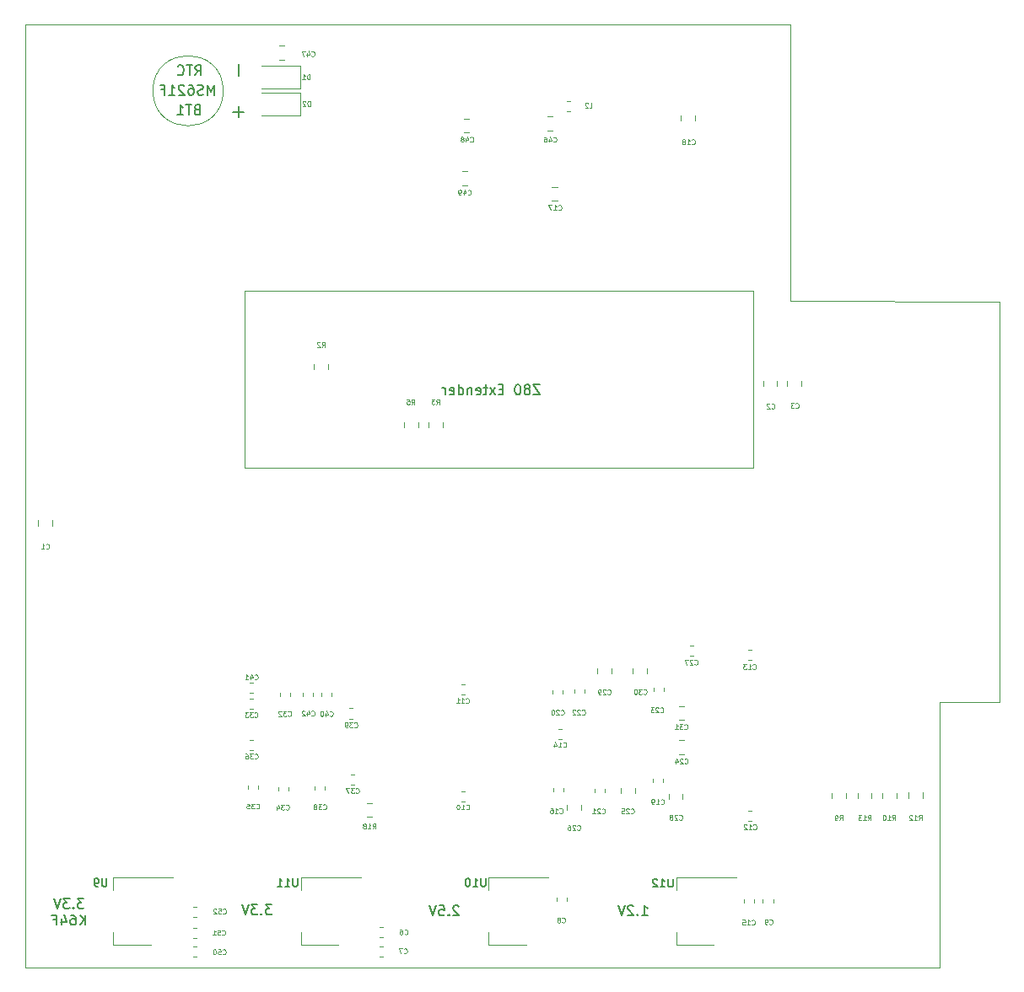
<source format=gbr>
G04 #@! TF.GenerationSoftware,KiCad,Pcbnew,(5.1.2-1)-1*
G04 #@! TF.CreationDate,2020-09-17T21:50:52+01:00*
G04 #@! TF.ProjectId,tranZPUter-SW-700_v1_2,7472616e-5a50-4557-9465-722d53572d37,rev?*
G04 #@! TF.SameCoordinates,Original*
G04 #@! TF.FileFunction,Legend,Bot*
G04 #@! TF.FilePolarity,Positive*
%FSLAX46Y46*%
G04 Gerber Fmt 4.6, Leading zero omitted, Abs format (unit mm)*
G04 Created by KiCad (PCBNEW (5.1.2-1)-1) date 2020-09-17 21:50:52*
%MOMM*%
%LPD*%
G04 APERTURE LIST*
%ADD10C,0.120000*%
%ADD11C,0.150000*%
%ADD12C,0.100000*%
G04 APERTURE END LIST*
D10*
X189400000Y-113220000D02*
X189390000Y-139880000D01*
X195390000Y-113220000D02*
X189400000Y-113220000D01*
X195390000Y-72940000D02*
X195390000Y-113220000D01*
X174380000Y-72920000D02*
X195390000Y-72940000D01*
X174390000Y-45110000D02*
X174380000Y-72920000D01*
X97600000Y-45100000D02*
X174390000Y-45110000D01*
X97610000Y-139890000D02*
X97600000Y-45100000D01*
X189360000Y-139870000D02*
X97580000Y-139880000D01*
D11*
X141108571Y-133737619D02*
X141060952Y-133690000D01*
X140965714Y-133642380D01*
X140727619Y-133642380D01*
X140632380Y-133690000D01*
X140584761Y-133737619D01*
X140537142Y-133832857D01*
X140537142Y-133928095D01*
X140584761Y-134070952D01*
X141156190Y-134642380D01*
X140537142Y-134642380D01*
X140108571Y-134547142D02*
X140060952Y-134594761D01*
X140108571Y-134642380D01*
X140156190Y-134594761D01*
X140108571Y-134547142D01*
X140108571Y-134642380D01*
X139156190Y-133642380D02*
X139632380Y-133642380D01*
X139680000Y-134118571D01*
X139632380Y-134070952D01*
X139537142Y-134023333D01*
X139299047Y-134023333D01*
X139203809Y-134070952D01*
X139156190Y-134118571D01*
X139108571Y-134213809D01*
X139108571Y-134451904D01*
X139156190Y-134547142D01*
X139203809Y-134594761D01*
X139299047Y-134642380D01*
X139537142Y-134642380D01*
X139632380Y-134594761D01*
X139680000Y-134547142D01*
X138822857Y-133642380D02*
X138489523Y-134642380D01*
X138156190Y-133642380D01*
X103486190Y-132937380D02*
X102867142Y-132937380D01*
X103200476Y-133318333D01*
X103057619Y-133318333D01*
X102962380Y-133365952D01*
X102914761Y-133413571D01*
X102867142Y-133508809D01*
X102867142Y-133746904D01*
X102914761Y-133842142D01*
X102962380Y-133889761D01*
X103057619Y-133937380D01*
X103343333Y-133937380D01*
X103438571Y-133889761D01*
X103486190Y-133842142D01*
X102438571Y-133842142D02*
X102390952Y-133889761D01*
X102438571Y-133937380D01*
X102486190Y-133889761D01*
X102438571Y-133842142D01*
X102438571Y-133937380D01*
X102057619Y-132937380D02*
X101438571Y-132937380D01*
X101771904Y-133318333D01*
X101629047Y-133318333D01*
X101533809Y-133365952D01*
X101486190Y-133413571D01*
X101438571Y-133508809D01*
X101438571Y-133746904D01*
X101486190Y-133842142D01*
X101533809Y-133889761D01*
X101629047Y-133937380D01*
X101914761Y-133937380D01*
X102010000Y-133889761D01*
X102057619Y-133842142D01*
X101152857Y-132937380D02*
X100819523Y-133937380D01*
X100486190Y-132937380D01*
X103652857Y-135587380D02*
X103652857Y-134587380D01*
X103081428Y-135587380D02*
X103509999Y-135015952D01*
X103081428Y-134587380D02*
X103652857Y-135158809D01*
X102224285Y-134587380D02*
X102414761Y-134587380D01*
X102509999Y-134635000D01*
X102557619Y-134682619D01*
X102652857Y-134825476D01*
X102700476Y-135015952D01*
X102700476Y-135396904D01*
X102652857Y-135492142D01*
X102605238Y-135539761D01*
X102509999Y-135587380D01*
X102319523Y-135587380D01*
X102224285Y-135539761D01*
X102176666Y-135492142D01*
X102129047Y-135396904D01*
X102129047Y-135158809D01*
X102176666Y-135063571D01*
X102224285Y-135015952D01*
X102319523Y-134968333D01*
X102509999Y-134968333D01*
X102605238Y-135015952D01*
X102652857Y-135063571D01*
X102700476Y-135158809D01*
X101271904Y-134920714D02*
X101271904Y-135587380D01*
X101509999Y-134539761D02*
X101748095Y-135254047D01*
X101129047Y-135254047D01*
X100414761Y-135063571D02*
X100748095Y-135063571D01*
X100748095Y-135587380D02*
X100748095Y-134587380D01*
X100271904Y-134587380D01*
X159497142Y-134622380D02*
X160068571Y-134622380D01*
X159782857Y-134622380D02*
X159782857Y-133622380D01*
X159878095Y-133765238D01*
X159973333Y-133860476D01*
X160068571Y-133908095D01*
X159068571Y-134527142D02*
X159020952Y-134574761D01*
X159068571Y-134622380D01*
X159116190Y-134574761D01*
X159068571Y-134527142D01*
X159068571Y-134622380D01*
X158640000Y-133717619D02*
X158592380Y-133670000D01*
X158497142Y-133622380D01*
X158259047Y-133622380D01*
X158163809Y-133670000D01*
X158116190Y-133717619D01*
X158068571Y-133812857D01*
X158068571Y-133908095D01*
X158116190Y-134050952D01*
X158687619Y-134622380D01*
X158068571Y-134622380D01*
X157782857Y-133622380D02*
X157449523Y-134622380D01*
X157116190Y-133622380D01*
X122356190Y-133542380D02*
X121737142Y-133542380D01*
X122070476Y-133923333D01*
X121927619Y-133923333D01*
X121832380Y-133970952D01*
X121784761Y-134018571D01*
X121737142Y-134113809D01*
X121737142Y-134351904D01*
X121784761Y-134447142D01*
X121832380Y-134494761D01*
X121927619Y-134542380D01*
X122213333Y-134542380D01*
X122308571Y-134494761D01*
X122356190Y-134447142D01*
X121308571Y-134447142D02*
X121260952Y-134494761D01*
X121308571Y-134542380D01*
X121356190Y-134494761D01*
X121308571Y-134447142D01*
X121308571Y-134542380D01*
X120927619Y-133542380D02*
X120308571Y-133542380D01*
X120641904Y-133923333D01*
X120499047Y-133923333D01*
X120403809Y-133970952D01*
X120356190Y-134018571D01*
X120308571Y-134113809D01*
X120308571Y-134351904D01*
X120356190Y-134447142D01*
X120403809Y-134494761D01*
X120499047Y-134542380D01*
X120784761Y-134542380D01*
X120880000Y-134494761D01*
X120927619Y-134447142D01*
X120022857Y-133542380D02*
X119689523Y-134542380D01*
X119356190Y-133542380D01*
D10*
X170702000Y-89622000D02*
X170702000Y-71842000D01*
D11*
X149280952Y-81302380D02*
X148614285Y-81302380D01*
X149280952Y-82302380D01*
X148614285Y-82302380D01*
X148090476Y-81730952D02*
X148185714Y-81683333D01*
X148233333Y-81635714D01*
X148280952Y-81540476D01*
X148280952Y-81492857D01*
X148233333Y-81397619D01*
X148185714Y-81350000D01*
X148090476Y-81302380D01*
X147900000Y-81302380D01*
X147804761Y-81350000D01*
X147757142Y-81397619D01*
X147709523Y-81492857D01*
X147709523Y-81540476D01*
X147757142Y-81635714D01*
X147804761Y-81683333D01*
X147900000Y-81730952D01*
X148090476Y-81730952D01*
X148185714Y-81778571D01*
X148233333Y-81826190D01*
X148280952Y-81921428D01*
X148280952Y-82111904D01*
X148233333Y-82207142D01*
X148185714Y-82254761D01*
X148090476Y-82302380D01*
X147900000Y-82302380D01*
X147804761Y-82254761D01*
X147757142Y-82207142D01*
X147709523Y-82111904D01*
X147709523Y-81921428D01*
X147757142Y-81826190D01*
X147804761Y-81778571D01*
X147900000Y-81730952D01*
X147090476Y-81302380D02*
X146995238Y-81302380D01*
X146900000Y-81350000D01*
X146852380Y-81397619D01*
X146804761Y-81492857D01*
X146757142Y-81683333D01*
X146757142Y-81921428D01*
X146804761Y-82111904D01*
X146852380Y-82207142D01*
X146900000Y-82254761D01*
X146995238Y-82302380D01*
X147090476Y-82302380D01*
X147185714Y-82254761D01*
X147233333Y-82207142D01*
X147280952Y-82111904D01*
X147328571Y-81921428D01*
X147328571Y-81683333D01*
X147280952Y-81492857D01*
X147233333Y-81397619D01*
X147185714Y-81350000D01*
X147090476Y-81302380D01*
X145566666Y-81778571D02*
X145233333Y-81778571D01*
X145090476Y-82302380D02*
X145566666Y-82302380D01*
X145566666Y-81302380D01*
X145090476Y-81302380D01*
X144757142Y-82302380D02*
X144233333Y-81635714D01*
X144757142Y-81635714D02*
X144233333Y-82302380D01*
X143995238Y-81635714D02*
X143614285Y-81635714D01*
X143852380Y-81302380D02*
X143852380Y-82159523D01*
X143804761Y-82254761D01*
X143709523Y-82302380D01*
X143614285Y-82302380D01*
X142900000Y-82254761D02*
X142995238Y-82302380D01*
X143185714Y-82302380D01*
X143280952Y-82254761D01*
X143328571Y-82159523D01*
X143328571Y-81778571D01*
X143280952Y-81683333D01*
X143185714Y-81635714D01*
X142995238Y-81635714D01*
X142900000Y-81683333D01*
X142852380Y-81778571D01*
X142852380Y-81873809D01*
X143328571Y-81969047D01*
X142423809Y-81635714D02*
X142423809Y-82302380D01*
X142423809Y-81730952D02*
X142376190Y-81683333D01*
X142280952Y-81635714D01*
X142138095Y-81635714D01*
X142042857Y-81683333D01*
X141995238Y-81778571D01*
X141995238Y-82302380D01*
X141090476Y-82302380D02*
X141090476Y-81302380D01*
X141090476Y-82254761D02*
X141185714Y-82302380D01*
X141376190Y-82302380D01*
X141471428Y-82254761D01*
X141519047Y-82207142D01*
X141566666Y-82111904D01*
X141566666Y-81826190D01*
X141519047Y-81730952D01*
X141471428Y-81683333D01*
X141376190Y-81635714D01*
X141185714Y-81635714D01*
X141090476Y-81683333D01*
X140233333Y-82254761D02*
X140328571Y-82302380D01*
X140519047Y-82302380D01*
X140614285Y-82254761D01*
X140661904Y-82159523D01*
X140661904Y-81778571D01*
X140614285Y-81683333D01*
X140519047Y-81635714D01*
X140328571Y-81635714D01*
X140233333Y-81683333D01*
X140185714Y-81778571D01*
X140185714Y-81873809D01*
X140661904Y-81969047D01*
X139757142Y-82302380D02*
X139757142Y-81635714D01*
X139757142Y-81826190D02*
X139709523Y-81730952D01*
X139661904Y-81683333D01*
X139566666Y-81635714D01*
X139471428Y-81635714D01*
D10*
X119648000Y-89622000D02*
X170702000Y-89622000D01*
X119648000Y-71842000D02*
X119648000Y-89622000D01*
X170702000Y-71842000D02*
X119648000Y-71842000D01*
D11*
X114661428Y-50222380D02*
X114994761Y-49746190D01*
X115232857Y-50222380D02*
X115232857Y-49222380D01*
X114851904Y-49222380D01*
X114756666Y-49270000D01*
X114709047Y-49317619D01*
X114661428Y-49412857D01*
X114661428Y-49555714D01*
X114709047Y-49650952D01*
X114756666Y-49698571D01*
X114851904Y-49746190D01*
X115232857Y-49746190D01*
X114375714Y-49222380D02*
X113804285Y-49222380D01*
X114090000Y-50222380D02*
X114090000Y-49222380D01*
X112899523Y-50127142D02*
X112947142Y-50174761D01*
X113090000Y-50222380D01*
X113185238Y-50222380D01*
X113328095Y-50174761D01*
X113423333Y-50079523D01*
X113470952Y-49984285D01*
X113518571Y-49793809D01*
X113518571Y-49650952D01*
X113470952Y-49460476D01*
X113423333Y-49365238D01*
X113328095Y-49270000D01*
X113185238Y-49222380D01*
X113090000Y-49222380D01*
X112947142Y-49270000D01*
X112899523Y-49317619D01*
X119042857Y-50251428D02*
X119042857Y-49108571D01*
X119002142Y-54481428D02*
X119002142Y-53338571D01*
X118426904Y-53910000D02*
X119577380Y-53910000D01*
D10*
X131888748Y-123330000D02*
X132411252Y-123330000D01*
X131888748Y-124750000D02*
X132411252Y-124750000D01*
X131270000Y-130780000D02*
X125260000Y-130780000D01*
X129020000Y-137600000D02*
X125260000Y-137600000D01*
X125260000Y-130780000D02*
X125260000Y-132040000D01*
X125260000Y-137600000D02*
X125260000Y-136340000D01*
X179950000Y-122368748D02*
X179950000Y-122891252D01*
X178530000Y-122368748D02*
X178530000Y-122891252D01*
X150120000Y-130780000D02*
X144110000Y-130780000D01*
X147870000Y-137600000D02*
X144110000Y-137600000D01*
X144110000Y-130780000D02*
X144110000Y-132040000D01*
X144110000Y-137600000D02*
X144110000Y-136340000D01*
X112460000Y-130790000D02*
X106450000Y-130790000D01*
X110210000Y-137610000D02*
X106450000Y-137610000D01*
X106450000Y-130790000D02*
X106450000Y-132050000D01*
X106450000Y-137610000D02*
X106450000Y-136350000D01*
X114478733Y-133730000D02*
X114821267Y-133730000D01*
X114478733Y-134750000D02*
X114821267Y-134750000D01*
X114448733Y-135870000D02*
X114791267Y-135870000D01*
X114448733Y-136890000D02*
X114791267Y-136890000D01*
X114438733Y-137730000D02*
X114781267Y-137730000D01*
X114438733Y-138750000D02*
X114781267Y-138750000D01*
X125205000Y-54235000D02*
X121320000Y-54235000D01*
X125205000Y-51965000D02*
X125205000Y-54235000D01*
X121320000Y-51965000D02*
X125205000Y-51965000D01*
X125185000Y-51585000D02*
X121300000Y-51585000D01*
X125185000Y-49315000D02*
X125185000Y-51585000D01*
X121300000Y-49315000D02*
X125185000Y-49315000D01*
X152007221Y-52800000D02*
X152332779Y-52800000D01*
X152007221Y-53820000D02*
X152332779Y-53820000D01*
X141971252Y-61290000D02*
X141448748Y-61290000D01*
X141971252Y-59870000D02*
X141448748Y-59870000D01*
X142171252Y-56000000D02*
X141648748Y-56000000D01*
X142171252Y-54580000D02*
X141648748Y-54580000D01*
X123098748Y-47260000D02*
X123621252Y-47260000D01*
X123098748Y-48680000D02*
X123621252Y-48680000D01*
X150028748Y-54350000D02*
X150551252Y-54350000D01*
X150028748Y-55770000D02*
X150551252Y-55770000D01*
X164810000Y-54258748D02*
X164810000Y-54781252D01*
X163390000Y-54258748D02*
X163390000Y-54781252D01*
X168950000Y-130780000D02*
X162940000Y-130780000D01*
X166700000Y-137600000D02*
X162940000Y-137600000D01*
X162940000Y-130780000D02*
X162940000Y-132040000D01*
X162940000Y-137600000D02*
X162940000Y-136340000D01*
X182570000Y-122328748D02*
X182570000Y-122851252D01*
X181150000Y-122328748D02*
X181150000Y-122851252D01*
X186260000Y-122821252D02*
X186260000Y-122298748D01*
X187680000Y-122821252D02*
X187680000Y-122298748D01*
X183670000Y-122841252D02*
X183670000Y-122318748D01*
X185090000Y-122841252D02*
X185090000Y-122318748D01*
X126510000Y-112267221D02*
X126510000Y-112592779D01*
X125490000Y-112267221D02*
X125490000Y-112592779D01*
X120137221Y-111280000D02*
X120462779Y-111280000D01*
X120137221Y-112300000D02*
X120462779Y-112300000D01*
X128340000Y-112277221D02*
X128340000Y-112602779D01*
X127320000Y-112277221D02*
X127320000Y-112602779D01*
X130482779Y-114850000D02*
X130157221Y-114850000D01*
X130482779Y-113830000D02*
X130157221Y-113830000D01*
X126660000Y-122022779D02*
X126660000Y-121697221D01*
X127680000Y-122022779D02*
X127680000Y-121697221D01*
X130642779Y-121460000D02*
X130317221Y-121460000D01*
X130642779Y-120440000D02*
X130317221Y-120440000D01*
X120147221Y-117030000D02*
X120472779Y-117030000D01*
X120147221Y-118050000D02*
X120472779Y-118050000D01*
X119960000Y-121942779D02*
X119960000Y-121617221D01*
X120980000Y-121942779D02*
X120980000Y-121617221D01*
X122980000Y-122072779D02*
X122980000Y-121747221D01*
X124000000Y-122072779D02*
X124000000Y-121747221D01*
X120127221Y-112850000D02*
X120452779Y-112850000D01*
X120127221Y-113870000D02*
X120452779Y-113870000D01*
X124180000Y-112297221D02*
X124180000Y-112622779D01*
X123160000Y-112297221D02*
X123160000Y-112622779D01*
X163708578Y-115000000D02*
X163191422Y-115000000D01*
X163708578Y-113580000D02*
X163191422Y-113580000D01*
X160030000Y-109831422D02*
X160030000Y-110348578D01*
X158610000Y-109831422D02*
X158610000Y-110348578D01*
X156440000Y-109831422D02*
X156440000Y-110348578D01*
X155020000Y-109831422D02*
X155020000Y-110348578D01*
X162170000Y-122948578D02*
X162170000Y-122431422D01*
X163590000Y-122948578D02*
X163590000Y-122431422D01*
X164308733Y-107540000D02*
X164651267Y-107540000D01*
X164308733Y-108560000D02*
X164651267Y-108560000D01*
X152000000Y-124028578D02*
X152000000Y-123511422D01*
X153420000Y-124028578D02*
X153420000Y-123511422D01*
X157380000Y-122338578D02*
X157380000Y-121821422D01*
X158800000Y-122338578D02*
X158800000Y-121821422D01*
X163748578Y-118410000D02*
X163231422Y-118410000D01*
X163748578Y-116990000D02*
X163231422Y-116990000D01*
X161700000Y-111778733D02*
X161700000Y-112121267D01*
X160680000Y-111778733D02*
X160680000Y-112121267D01*
X153720000Y-111958733D02*
X153720000Y-112301267D01*
X152700000Y-111958733D02*
X152700000Y-112301267D01*
X154750000Y-122281267D02*
X154750000Y-121938733D01*
X155770000Y-122281267D02*
X155770000Y-121938733D01*
X151580000Y-111998733D02*
X151580000Y-112341267D01*
X150560000Y-111998733D02*
X150560000Y-112341267D01*
X160610000Y-121271267D02*
X160610000Y-120928733D01*
X161630000Y-121271267D02*
X161630000Y-120928733D01*
X150580000Y-122211267D02*
X150580000Y-121868733D01*
X151600000Y-122211267D02*
X151600000Y-121868733D01*
X169720000Y-133361267D02*
X169720000Y-133018733D01*
X170740000Y-133361267D02*
X170740000Y-133018733D01*
X151088733Y-115870000D02*
X151431267Y-115870000D01*
X151088733Y-116890000D02*
X151431267Y-116890000D01*
X170128733Y-107950000D02*
X170471267Y-107950000D01*
X170128733Y-108970000D02*
X170471267Y-108970000D01*
X170188733Y-124100000D02*
X170531267Y-124100000D01*
X170188733Y-125120000D02*
X170531267Y-125120000D01*
X141691267Y-112430000D02*
X141348733Y-112430000D01*
X141691267Y-111410000D02*
X141348733Y-111410000D01*
X141721267Y-123160000D02*
X141378733Y-123160000D01*
X141721267Y-122140000D02*
X141378733Y-122140000D01*
X171650000Y-133371267D02*
X171650000Y-133028733D01*
X172670000Y-133371267D02*
X172670000Y-133028733D01*
X150960000Y-133141267D02*
X150960000Y-132798733D01*
X151980000Y-133141267D02*
X151980000Y-132798733D01*
X133138733Y-137710000D02*
X133481267Y-137710000D01*
X133138733Y-138730000D02*
X133481267Y-138730000D01*
X133178733Y-135800000D02*
X133521267Y-135800000D01*
X133178733Y-136820000D02*
X133521267Y-136820000D01*
X126570000Y-79731252D02*
X126570000Y-79208748D01*
X127990000Y-79731252D02*
X127990000Y-79208748D01*
X139510000Y-85068748D02*
X139510000Y-85591252D01*
X138090000Y-85068748D02*
X138090000Y-85591252D01*
X137030000Y-85108748D02*
X137030000Y-85631252D01*
X135610000Y-85108748D02*
X135610000Y-85631252D01*
X174090000Y-81441252D02*
X174090000Y-80918748D01*
X175510000Y-81441252D02*
X175510000Y-80918748D01*
X117480000Y-51790000D02*
G75*
G03X117480000Y-51790000I-3530000J0D01*
G01*
X150478748Y-61430000D02*
X151001252Y-61430000D01*
X150478748Y-62850000D02*
X151001252Y-62850000D01*
X171670000Y-81451252D02*
X171670000Y-80928748D01*
X173090000Y-81451252D02*
X173090000Y-80928748D01*
X100310000Y-94938748D02*
X100310000Y-95461252D01*
X98890000Y-94938748D02*
X98890000Y-95461252D01*
D12*
X132471428Y-125916190D02*
X132638095Y-125678095D01*
X132757142Y-125916190D02*
X132757142Y-125416190D01*
X132566666Y-125416190D01*
X132519047Y-125440000D01*
X132495238Y-125463809D01*
X132471428Y-125511428D01*
X132471428Y-125582857D01*
X132495238Y-125630476D01*
X132519047Y-125654285D01*
X132566666Y-125678095D01*
X132757142Y-125678095D01*
X131995238Y-125916190D02*
X132280952Y-125916190D01*
X132138095Y-125916190D02*
X132138095Y-125416190D01*
X132185714Y-125487619D01*
X132233333Y-125535238D01*
X132280952Y-125559047D01*
X131709523Y-125630476D02*
X131757142Y-125606666D01*
X131780952Y-125582857D01*
X131804761Y-125535238D01*
X131804761Y-125511428D01*
X131780952Y-125463809D01*
X131757142Y-125440000D01*
X131709523Y-125416190D01*
X131614285Y-125416190D01*
X131566666Y-125440000D01*
X131542857Y-125463809D01*
X131519047Y-125511428D01*
X131519047Y-125535238D01*
X131542857Y-125582857D01*
X131566666Y-125606666D01*
X131614285Y-125630476D01*
X131709523Y-125630476D01*
X131757142Y-125654285D01*
X131780952Y-125678095D01*
X131804761Y-125725714D01*
X131804761Y-125820952D01*
X131780952Y-125868571D01*
X131757142Y-125892380D01*
X131709523Y-125916190D01*
X131614285Y-125916190D01*
X131566666Y-125892380D01*
X131542857Y-125868571D01*
X131519047Y-125820952D01*
X131519047Y-125725714D01*
X131542857Y-125678095D01*
X131566666Y-125654285D01*
X131614285Y-125630476D01*
D11*
X124940476Y-130931904D02*
X124940476Y-131579523D01*
X124902380Y-131655714D01*
X124864285Y-131693809D01*
X124788095Y-131731904D01*
X124635714Y-131731904D01*
X124559523Y-131693809D01*
X124521428Y-131655714D01*
X124483333Y-131579523D01*
X124483333Y-130931904D01*
X123683333Y-131731904D02*
X124140476Y-131731904D01*
X123911904Y-131731904D02*
X123911904Y-130931904D01*
X123988095Y-131046190D01*
X124064285Y-131122380D01*
X124140476Y-131160476D01*
X122921428Y-131731904D02*
X123378571Y-131731904D01*
X123150000Y-131731904D02*
X123150000Y-130931904D01*
X123226190Y-131046190D01*
X123302380Y-131122380D01*
X123378571Y-131160476D01*
D12*
X179333333Y-125076190D02*
X179500000Y-124838095D01*
X179619047Y-125076190D02*
X179619047Y-124576190D01*
X179428571Y-124576190D01*
X179380952Y-124600000D01*
X179357142Y-124623809D01*
X179333333Y-124671428D01*
X179333333Y-124742857D01*
X179357142Y-124790476D01*
X179380952Y-124814285D01*
X179428571Y-124838095D01*
X179619047Y-124838095D01*
X179095238Y-125076190D02*
X179000000Y-125076190D01*
X178952380Y-125052380D01*
X178928571Y-125028571D01*
X178880952Y-124957142D01*
X178857142Y-124861904D01*
X178857142Y-124671428D01*
X178880952Y-124623809D01*
X178904761Y-124600000D01*
X178952380Y-124576190D01*
X179047619Y-124576190D01*
X179095238Y-124600000D01*
X179119047Y-124623809D01*
X179142857Y-124671428D01*
X179142857Y-124790476D01*
X179119047Y-124838095D01*
X179095238Y-124861904D01*
X179047619Y-124885714D01*
X178952380Y-124885714D01*
X178904761Y-124861904D01*
X178880952Y-124838095D01*
X178857142Y-124790476D01*
D11*
X143810476Y-130901904D02*
X143810476Y-131549523D01*
X143772380Y-131625714D01*
X143734285Y-131663809D01*
X143658095Y-131701904D01*
X143505714Y-131701904D01*
X143429523Y-131663809D01*
X143391428Y-131625714D01*
X143353333Y-131549523D01*
X143353333Y-130901904D01*
X142553333Y-131701904D02*
X143010476Y-131701904D01*
X142781904Y-131701904D02*
X142781904Y-130901904D01*
X142858095Y-131016190D01*
X142934285Y-131092380D01*
X143010476Y-131130476D01*
X142058095Y-130901904D02*
X141981904Y-130901904D01*
X141905714Y-130940000D01*
X141867619Y-130978095D01*
X141829523Y-131054285D01*
X141791428Y-131206666D01*
X141791428Y-131397142D01*
X141829523Y-131549523D01*
X141867619Y-131625714D01*
X141905714Y-131663809D01*
X141981904Y-131701904D01*
X142058095Y-131701904D01*
X142134285Y-131663809D01*
X142172380Y-131625714D01*
X142210476Y-131549523D01*
X142248571Y-131397142D01*
X142248571Y-131206666D01*
X142210476Y-131054285D01*
X142172380Y-130978095D01*
X142134285Y-130940000D01*
X142058095Y-130901904D01*
X105769523Y-130931904D02*
X105769523Y-131579523D01*
X105731428Y-131655714D01*
X105693333Y-131693809D01*
X105617142Y-131731904D01*
X105464761Y-131731904D01*
X105388571Y-131693809D01*
X105350476Y-131655714D01*
X105312380Y-131579523D01*
X105312380Y-130931904D01*
X104893333Y-131731904D02*
X104740952Y-131731904D01*
X104664761Y-131693809D01*
X104626666Y-131655714D01*
X104550476Y-131541428D01*
X104512380Y-131389047D01*
X104512380Y-131084285D01*
X104550476Y-131008095D01*
X104588571Y-130970000D01*
X104664761Y-130931904D01*
X104817142Y-130931904D01*
X104893333Y-130970000D01*
X104931428Y-131008095D01*
X104969523Y-131084285D01*
X104969523Y-131274761D01*
X104931428Y-131350952D01*
X104893333Y-131389047D01*
X104817142Y-131427142D01*
X104664761Y-131427142D01*
X104588571Y-131389047D01*
X104550476Y-131350952D01*
X104512380Y-131274761D01*
D12*
X117451428Y-134408571D02*
X117475238Y-134432380D01*
X117546666Y-134456190D01*
X117594285Y-134456190D01*
X117665714Y-134432380D01*
X117713333Y-134384761D01*
X117737142Y-134337142D01*
X117760952Y-134241904D01*
X117760952Y-134170476D01*
X117737142Y-134075238D01*
X117713333Y-134027619D01*
X117665714Y-133980000D01*
X117594285Y-133956190D01*
X117546666Y-133956190D01*
X117475238Y-133980000D01*
X117451428Y-134003809D01*
X116999047Y-133956190D02*
X117237142Y-133956190D01*
X117260952Y-134194285D01*
X117237142Y-134170476D01*
X117189523Y-134146666D01*
X117070476Y-134146666D01*
X117022857Y-134170476D01*
X116999047Y-134194285D01*
X116975238Y-134241904D01*
X116975238Y-134360952D01*
X116999047Y-134408571D01*
X117022857Y-134432380D01*
X117070476Y-134456190D01*
X117189523Y-134456190D01*
X117237142Y-134432380D01*
X117260952Y-134408571D01*
X116784761Y-134003809D02*
X116760952Y-133980000D01*
X116713333Y-133956190D01*
X116594285Y-133956190D01*
X116546666Y-133980000D01*
X116522857Y-134003809D01*
X116499047Y-134051428D01*
X116499047Y-134099047D01*
X116522857Y-134170476D01*
X116808571Y-134456190D01*
X116499047Y-134456190D01*
X117371428Y-136558571D02*
X117395238Y-136582380D01*
X117466666Y-136606190D01*
X117514285Y-136606190D01*
X117585714Y-136582380D01*
X117633333Y-136534761D01*
X117657142Y-136487142D01*
X117680952Y-136391904D01*
X117680952Y-136320476D01*
X117657142Y-136225238D01*
X117633333Y-136177619D01*
X117585714Y-136130000D01*
X117514285Y-136106190D01*
X117466666Y-136106190D01*
X117395238Y-136130000D01*
X117371428Y-136153809D01*
X116919047Y-136106190D02*
X117157142Y-136106190D01*
X117180952Y-136344285D01*
X117157142Y-136320476D01*
X117109523Y-136296666D01*
X116990476Y-136296666D01*
X116942857Y-136320476D01*
X116919047Y-136344285D01*
X116895238Y-136391904D01*
X116895238Y-136510952D01*
X116919047Y-136558571D01*
X116942857Y-136582380D01*
X116990476Y-136606190D01*
X117109523Y-136606190D01*
X117157142Y-136582380D01*
X117180952Y-136558571D01*
X116419047Y-136606190D02*
X116704761Y-136606190D01*
X116561904Y-136606190D02*
X116561904Y-136106190D01*
X116609523Y-136177619D01*
X116657142Y-136225238D01*
X116704761Y-136249047D01*
X117411428Y-138498571D02*
X117435238Y-138522380D01*
X117506666Y-138546190D01*
X117554285Y-138546190D01*
X117625714Y-138522380D01*
X117673333Y-138474761D01*
X117697142Y-138427142D01*
X117720952Y-138331904D01*
X117720952Y-138260476D01*
X117697142Y-138165238D01*
X117673333Y-138117619D01*
X117625714Y-138070000D01*
X117554285Y-138046190D01*
X117506666Y-138046190D01*
X117435238Y-138070000D01*
X117411428Y-138093809D01*
X116959047Y-138046190D02*
X117197142Y-138046190D01*
X117220952Y-138284285D01*
X117197142Y-138260476D01*
X117149523Y-138236666D01*
X117030476Y-138236666D01*
X116982857Y-138260476D01*
X116959047Y-138284285D01*
X116935238Y-138331904D01*
X116935238Y-138450952D01*
X116959047Y-138498571D01*
X116982857Y-138522380D01*
X117030476Y-138546190D01*
X117149523Y-138546190D01*
X117197142Y-138522380D01*
X117220952Y-138498571D01*
X116625714Y-138046190D02*
X116578095Y-138046190D01*
X116530476Y-138070000D01*
X116506666Y-138093809D01*
X116482857Y-138141428D01*
X116459047Y-138236666D01*
X116459047Y-138355714D01*
X116482857Y-138450952D01*
X116506666Y-138498571D01*
X116530476Y-138522380D01*
X116578095Y-138546190D01*
X116625714Y-138546190D01*
X116673333Y-138522380D01*
X116697142Y-138498571D01*
X116720952Y-138450952D01*
X116744761Y-138355714D01*
X116744761Y-138236666D01*
X116720952Y-138141428D01*
X116697142Y-138093809D01*
X116673333Y-138070000D01*
X116625714Y-138046190D01*
X126199047Y-53326190D02*
X126199047Y-52826190D01*
X126080000Y-52826190D01*
X126008571Y-52850000D01*
X125960952Y-52897619D01*
X125937142Y-52945238D01*
X125913333Y-53040476D01*
X125913333Y-53111904D01*
X125937142Y-53207142D01*
X125960952Y-53254761D01*
X126008571Y-53302380D01*
X126080000Y-53326190D01*
X126199047Y-53326190D01*
X125722857Y-52873809D02*
X125699047Y-52850000D01*
X125651428Y-52826190D01*
X125532380Y-52826190D01*
X125484761Y-52850000D01*
X125460952Y-52873809D01*
X125437142Y-52921428D01*
X125437142Y-52969047D01*
X125460952Y-53040476D01*
X125746666Y-53326190D01*
X125437142Y-53326190D01*
X126179047Y-50646190D02*
X126179047Y-50146190D01*
X126060000Y-50146190D01*
X125988571Y-50170000D01*
X125940952Y-50217619D01*
X125917142Y-50265238D01*
X125893333Y-50360476D01*
X125893333Y-50431904D01*
X125917142Y-50527142D01*
X125940952Y-50574761D01*
X125988571Y-50622380D01*
X126060000Y-50646190D01*
X126179047Y-50646190D01*
X125417142Y-50646190D02*
X125702857Y-50646190D01*
X125560000Y-50646190D02*
X125560000Y-50146190D01*
X125607619Y-50217619D01*
X125655238Y-50265238D01*
X125702857Y-50289047D01*
X154223333Y-53506190D02*
X154461428Y-53506190D01*
X154461428Y-53006190D01*
X154080476Y-53053809D02*
X154056666Y-53030000D01*
X154009047Y-53006190D01*
X153890000Y-53006190D01*
X153842380Y-53030000D01*
X153818571Y-53053809D01*
X153794761Y-53101428D01*
X153794761Y-53149047D01*
X153818571Y-53220476D01*
X154104285Y-53506190D01*
X153794761Y-53506190D01*
X142031428Y-62198571D02*
X142055238Y-62222380D01*
X142126666Y-62246190D01*
X142174285Y-62246190D01*
X142245714Y-62222380D01*
X142293333Y-62174761D01*
X142317142Y-62127142D01*
X142340952Y-62031904D01*
X142340952Y-61960476D01*
X142317142Y-61865238D01*
X142293333Y-61817619D01*
X142245714Y-61770000D01*
X142174285Y-61746190D01*
X142126666Y-61746190D01*
X142055238Y-61770000D01*
X142031428Y-61793809D01*
X141602857Y-61912857D02*
X141602857Y-62246190D01*
X141721904Y-61722380D02*
X141840952Y-62079523D01*
X141531428Y-62079523D01*
X141317142Y-62246190D02*
X141221904Y-62246190D01*
X141174285Y-62222380D01*
X141150476Y-62198571D01*
X141102857Y-62127142D01*
X141079047Y-62031904D01*
X141079047Y-61841428D01*
X141102857Y-61793809D01*
X141126666Y-61770000D01*
X141174285Y-61746190D01*
X141269523Y-61746190D01*
X141317142Y-61770000D01*
X141340952Y-61793809D01*
X141364761Y-61841428D01*
X141364761Y-61960476D01*
X141340952Y-62008095D01*
X141317142Y-62031904D01*
X141269523Y-62055714D01*
X141174285Y-62055714D01*
X141126666Y-62031904D01*
X141102857Y-62008095D01*
X141079047Y-61960476D01*
X142271428Y-56878571D02*
X142295238Y-56902380D01*
X142366666Y-56926190D01*
X142414285Y-56926190D01*
X142485714Y-56902380D01*
X142533333Y-56854761D01*
X142557142Y-56807142D01*
X142580952Y-56711904D01*
X142580952Y-56640476D01*
X142557142Y-56545238D01*
X142533333Y-56497619D01*
X142485714Y-56450000D01*
X142414285Y-56426190D01*
X142366666Y-56426190D01*
X142295238Y-56450000D01*
X142271428Y-56473809D01*
X141842857Y-56592857D02*
X141842857Y-56926190D01*
X141961904Y-56402380D02*
X142080952Y-56759523D01*
X141771428Y-56759523D01*
X141509523Y-56640476D02*
X141557142Y-56616666D01*
X141580952Y-56592857D01*
X141604761Y-56545238D01*
X141604761Y-56521428D01*
X141580952Y-56473809D01*
X141557142Y-56450000D01*
X141509523Y-56426190D01*
X141414285Y-56426190D01*
X141366666Y-56450000D01*
X141342857Y-56473809D01*
X141319047Y-56521428D01*
X141319047Y-56545238D01*
X141342857Y-56592857D01*
X141366666Y-56616666D01*
X141414285Y-56640476D01*
X141509523Y-56640476D01*
X141557142Y-56664285D01*
X141580952Y-56688095D01*
X141604761Y-56735714D01*
X141604761Y-56830952D01*
X141580952Y-56878571D01*
X141557142Y-56902380D01*
X141509523Y-56926190D01*
X141414285Y-56926190D01*
X141366666Y-56902380D01*
X141342857Y-56878571D01*
X141319047Y-56830952D01*
X141319047Y-56735714D01*
X141342857Y-56688095D01*
X141366666Y-56664285D01*
X141414285Y-56640476D01*
X126331428Y-48268571D02*
X126355238Y-48292380D01*
X126426666Y-48316190D01*
X126474285Y-48316190D01*
X126545714Y-48292380D01*
X126593333Y-48244761D01*
X126617142Y-48197142D01*
X126640952Y-48101904D01*
X126640952Y-48030476D01*
X126617142Y-47935238D01*
X126593333Y-47887619D01*
X126545714Y-47840000D01*
X126474285Y-47816190D01*
X126426666Y-47816190D01*
X126355238Y-47840000D01*
X126331428Y-47863809D01*
X125902857Y-47982857D02*
X125902857Y-48316190D01*
X126021904Y-47792380D02*
X126140952Y-48149523D01*
X125831428Y-48149523D01*
X125688571Y-47816190D02*
X125355238Y-47816190D01*
X125569523Y-48316190D01*
X150611428Y-56888571D02*
X150635238Y-56912380D01*
X150706666Y-56936190D01*
X150754285Y-56936190D01*
X150825714Y-56912380D01*
X150873333Y-56864761D01*
X150897142Y-56817142D01*
X150920952Y-56721904D01*
X150920952Y-56650476D01*
X150897142Y-56555238D01*
X150873333Y-56507619D01*
X150825714Y-56460000D01*
X150754285Y-56436190D01*
X150706666Y-56436190D01*
X150635238Y-56460000D01*
X150611428Y-56483809D01*
X150182857Y-56602857D02*
X150182857Y-56936190D01*
X150301904Y-56412380D02*
X150420952Y-56769523D01*
X150111428Y-56769523D01*
X149706666Y-56436190D02*
X149801904Y-56436190D01*
X149849523Y-56460000D01*
X149873333Y-56483809D01*
X149920952Y-56555238D01*
X149944761Y-56650476D01*
X149944761Y-56840952D01*
X149920952Y-56888571D01*
X149897142Y-56912380D01*
X149849523Y-56936190D01*
X149754285Y-56936190D01*
X149706666Y-56912380D01*
X149682857Y-56888571D01*
X149659047Y-56840952D01*
X149659047Y-56721904D01*
X149682857Y-56674285D01*
X149706666Y-56650476D01*
X149754285Y-56626666D01*
X149849523Y-56626666D01*
X149897142Y-56650476D01*
X149920952Y-56674285D01*
X149944761Y-56721904D01*
X164511428Y-57118571D02*
X164535238Y-57142380D01*
X164606666Y-57166190D01*
X164654285Y-57166190D01*
X164725714Y-57142380D01*
X164773333Y-57094761D01*
X164797142Y-57047142D01*
X164820952Y-56951904D01*
X164820952Y-56880476D01*
X164797142Y-56785238D01*
X164773333Y-56737619D01*
X164725714Y-56690000D01*
X164654285Y-56666190D01*
X164606666Y-56666190D01*
X164535238Y-56690000D01*
X164511428Y-56713809D01*
X164035238Y-57166190D02*
X164320952Y-57166190D01*
X164178095Y-57166190D02*
X164178095Y-56666190D01*
X164225714Y-56737619D01*
X164273333Y-56785238D01*
X164320952Y-56809047D01*
X163749523Y-56880476D02*
X163797142Y-56856666D01*
X163820952Y-56832857D01*
X163844761Y-56785238D01*
X163844761Y-56761428D01*
X163820952Y-56713809D01*
X163797142Y-56690000D01*
X163749523Y-56666190D01*
X163654285Y-56666190D01*
X163606666Y-56690000D01*
X163582857Y-56713809D01*
X163559047Y-56761428D01*
X163559047Y-56785238D01*
X163582857Y-56832857D01*
X163606666Y-56856666D01*
X163654285Y-56880476D01*
X163749523Y-56880476D01*
X163797142Y-56904285D01*
X163820952Y-56928095D01*
X163844761Y-56975714D01*
X163844761Y-57070952D01*
X163820952Y-57118571D01*
X163797142Y-57142380D01*
X163749523Y-57166190D01*
X163654285Y-57166190D01*
X163606666Y-57142380D01*
X163582857Y-57118571D01*
X163559047Y-57070952D01*
X163559047Y-56975714D01*
X163582857Y-56928095D01*
X163606666Y-56904285D01*
X163654285Y-56880476D01*
D11*
X162600476Y-130981904D02*
X162600476Y-131629523D01*
X162562380Y-131705714D01*
X162524285Y-131743809D01*
X162448095Y-131781904D01*
X162295714Y-131781904D01*
X162219523Y-131743809D01*
X162181428Y-131705714D01*
X162143333Y-131629523D01*
X162143333Y-130981904D01*
X161343333Y-131781904D02*
X161800476Y-131781904D01*
X161571904Y-131781904D02*
X161571904Y-130981904D01*
X161648095Y-131096190D01*
X161724285Y-131172380D01*
X161800476Y-131210476D01*
X161038571Y-131058095D02*
X161000476Y-131020000D01*
X160924285Y-130981904D01*
X160733809Y-130981904D01*
X160657619Y-131020000D01*
X160619523Y-131058095D01*
X160581428Y-131134285D01*
X160581428Y-131210476D01*
X160619523Y-131324761D01*
X161076666Y-131781904D01*
X160581428Y-131781904D01*
D12*
X182181428Y-125066190D02*
X182348095Y-124828095D01*
X182467142Y-125066190D02*
X182467142Y-124566190D01*
X182276666Y-124566190D01*
X182229047Y-124590000D01*
X182205238Y-124613809D01*
X182181428Y-124661428D01*
X182181428Y-124732857D01*
X182205238Y-124780476D01*
X182229047Y-124804285D01*
X182276666Y-124828095D01*
X182467142Y-124828095D01*
X181705238Y-125066190D02*
X181990952Y-125066190D01*
X181848095Y-125066190D02*
X181848095Y-124566190D01*
X181895714Y-124637619D01*
X181943333Y-124685238D01*
X181990952Y-124709047D01*
X181538571Y-124566190D02*
X181229047Y-124566190D01*
X181395714Y-124756666D01*
X181324285Y-124756666D01*
X181276666Y-124780476D01*
X181252857Y-124804285D01*
X181229047Y-124851904D01*
X181229047Y-124970952D01*
X181252857Y-125018571D01*
X181276666Y-125042380D01*
X181324285Y-125066190D01*
X181467142Y-125066190D01*
X181514761Y-125042380D01*
X181538571Y-125018571D01*
X187301428Y-125056190D02*
X187468095Y-124818095D01*
X187587142Y-125056190D02*
X187587142Y-124556190D01*
X187396666Y-124556190D01*
X187349047Y-124580000D01*
X187325238Y-124603809D01*
X187301428Y-124651428D01*
X187301428Y-124722857D01*
X187325238Y-124770476D01*
X187349047Y-124794285D01*
X187396666Y-124818095D01*
X187587142Y-124818095D01*
X186825238Y-125056190D02*
X187110952Y-125056190D01*
X186968095Y-125056190D02*
X186968095Y-124556190D01*
X187015714Y-124627619D01*
X187063333Y-124675238D01*
X187110952Y-124699047D01*
X186634761Y-124603809D02*
X186610952Y-124580000D01*
X186563333Y-124556190D01*
X186444285Y-124556190D01*
X186396666Y-124580000D01*
X186372857Y-124603809D01*
X186349047Y-124651428D01*
X186349047Y-124699047D01*
X186372857Y-124770476D01*
X186658571Y-125056190D01*
X186349047Y-125056190D01*
X184631428Y-125056190D02*
X184798095Y-124818095D01*
X184917142Y-125056190D02*
X184917142Y-124556190D01*
X184726666Y-124556190D01*
X184679047Y-124580000D01*
X184655238Y-124603809D01*
X184631428Y-124651428D01*
X184631428Y-124722857D01*
X184655238Y-124770476D01*
X184679047Y-124794285D01*
X184726666Y-124818095D01*
X184917142Y-124818095D01*
X184155238Y-125056190D02*
X184440952Y-125056190D01*
X184298095Y-125056190D02*
X184298095Y-124556190D01*
X184345714Y-124627619D01*
X184393333Y-124675238D01*
X184440952Y-124699047D01*
X183845714Y-124556190D02*
X183798095Y-124556190D01*
X183750476Y-124580000D01*
X183726666Y-124603809D01*
X183702857Y-124651428D01*
X183679047Y-124746666D01*
X183679047Y-124865714D01*
X183702857Y-124960952D01*
X183726666Y-125008571D01*
X183750476Y-125032380D01*
X183798095Y-125056190D01*
X183845714Y-125056190D01*
X183893333Y-125032380D01*
X183917142Y-125008571D01*
X183940952Y-124960952D01*
X183964761Y-124865714D01*
X183964761Y-124746666D01*
X183940952Y-124651428D01*
X183917142Y-124603809D01*
X183893333Y-124580000D01*
X183845714Y-124556190D01*
X126331428Y-114538571D02*
X126355238Y-114562380D01*
X126426666Y-114586190D01*
X126474285Y-114586190D01*
X126545714Y-114562380D01*
X126593333Y-114514761D01*
X126617142Y-114467142D01*
X126640952Y-114371904D01*
X126640952Y-114300476D01*
X126617142Y-114205238D01*
X126593333Y-114157619D01*
X126545714Y-114110000D01*
X126474285Y-114086190D01*
X126426666Y-114086190D01*
X126355238Y-114110000D01*
X126331428Y-114133809D01*
X125902857Y-114252857D02*
X125902857Y-114586190D01*
X126021904Y-114062380D02*
X126140952Y-114419523D01*
X125831428Y-114419523D01*
X125664761Y-114133809D02*
X125640952Y-114110000D01*
X125593333Y-114086190D01*
X125474285Y-114086190D01*
X125426666Y-114110000D01*
X125402857Y-114133809D01*
X125379047Y-114181428D01*
X125379047Y-114229047D01*
X125402857Y-114300476D01*
X125688571Y-114586190D01*
X125379047Y-114586190D01*
X120631428Y-110878571D02*
X120655238Y-110902380D01*
X120726666Y-110926190D01*
X120774285Y-110926190D01*
X120845714Y-110902380D01*
X120893333Y-110854761D01*
X120917142Y-110807142D01*
X120940952Y-110711904D01*
X120940952Y-110640476D01*
X120917142Y-110545238D01*
X120893333Y-110497619D01*
X120845714Y-110450000D01*
X120774285Y-110426190D01*
X120726666Y-110426190D01*
X120655238Y-110450000D01*
X120631428Y-110473809D01*
X120202857Y-110592857D02*
X120202857Y-110926190D01*
X120321904Y-110402380D02*
X120440952Y-110759523D01*
X120131428Y-110759523D01*
X119679047Y-110926190D02*
X119964761Y-110926190D01*
X119821904Y-110926190D02*
X119821904Y-110426190D01*
X119869523Y-110497619D01*
X119917142Y-110545238D01*
X119964761Y-110569047D01*
X128171428Y-114558571D02*
X128195238Y-114582380D01*
X128266666Y-114606190D01*
X128314285Y-114606190D01*
X128385714Y-114582380D01*
X128433333Y-114534761D01*
X128457142Y-114487142D01*
X128480952Y-114391904D01*
X128480952Y-114320476D01*
X128457142Y-114225238D01*
X128433333Y-114177619D01*
X128385714Y-114130000D01*
X128314285Y-114106190D01*
X128266666Y-114106190D01*
X128195238Y-114130000D01*
X128171428Y-114153809D01*
X127742857Y-114272857D02*
X127742857Y-114606190D01*
X127861904Y-114082380D02*
X127980952Y-114439523D01*
X127671428Y-114439523D01*
X127385714Y-114106190D02*
X127338095Y-114106190D01*
X127290476Y-114130000D01*
X127266666Y-114153809D01*
X127242857Y-114201428D01*
X127219047Y-114296666D01*
X127219047Y-114415714D01*
X127242857Y-114510952D01*
X127266666Y-114558571D01*
X127290476Y-114582380D01*
X127338095Y-114606190D01*
X127385714Y-114606190D01*
X127433333Y-114582380D01*
X127457142Y-114558571D01*
X127480952Y-114510952D01*
X127504761Y-114415714D01*
X127504761Y-114296666D01*
X127480952Y-114201428D01*
X127457142Y-114153809D01*
X127433333Y-114130000D01*
X127385714Y-114106190D01*
X130631428Y-115698571D02*
X130655238Y-115722380D01*
X130726666Y-115746190D01*
X130774285Y-115746190D01*
X130845714Y-115722380D01*
X130893333Y-115674761D01*
X130917142Y-115627142D01*
X130940952Y-115531904D01*
X130940952Y-115460476D01*
X130917142Y-115365238D01*
X130893333Y-115317619D01*
X130845714Y-115270000D01*
X130774285Y-115246190D01*
X130726666Y-115246190D01*
X130655238Y-115270000D01*
X130631428Y-115293809D01*
X130464761Y-115246190D02*
X130155238Y-115246190D01*
X130321904Y-115436666D01*
X130250476Y-115436666D01*
X130202857Y-115460476D01*
X130179047Y-115484285D01*
X130155238Y-115531904D01*
X130155238Y-115650952D01*
X130179047Y-115698571D01*
X130202857Y-115722380D01*
X130250476Y-115746190D01*
X130393333Y-115746190D01*
X130440952Y-115722380D01*
X130464761Y-115698571D01*
X129917142Y-115746190D02*
X129821904Y-115746190D01*
X129774285Y-115722380D01*
X129750476Y-115698571D01*
X129702857Y-115627142D01*
X129679047Y-115531904D01*
X129679047Y-115341428D01*
X129702857Y-115293809D01*
X129726666Y-115270000D01*
X129774285Y-115246190D01*
X129869523Y-115246190D01*
X129917142Y-115270000D01*
X129940952Y-115293809D01*
X129964761Y-115341428D01*
X129964761Y-115460476D01*
X129940952Y-115508095D01*
X129917142Y-115531904D01*
X129869523Y-115555714D01*
X129774285Y-115555714D01*
X129726666Y-115531904D01*
X129702857Y-115508095D01*
X129679047Y-115460476D01*
X127521428Y-123928571D02*
X127545238Y-123952380D01*
X127616666Y-123976190D01*
X127664285Y-123976190D01*
X127735714Y-123952380D01*
X127783333Y-123904761D01*
X127807142Y-123857142D01*
X127830952Y-123761904D01*
X127830952Y-123690476D01*
X127807142Y-123595238D01*
X127783333Y-123547619D01*
X127735714Y-123500000D01*
X127664285Y-123476190D01*
X127616666Y-123476190D01*
X127545238Y-123500000D01*
X127521428Y-123523809D01*
X127354761Y-123476190D02*
X127045238Y-123476190D01*
X127211904Y-123666666D01*
X127140476Y-123666666D01*
X127092857Y-123690476D01*
X127069047Y-123714285D01*
X127045238Y-123761904D01*
X127045238Y-123880952D01*
X127069047Y-123928571D01*
X127092857Y-123952380D01*
X127140476Y-123976190D01*
X127283333Y-123976190D01*
X127330952Y-123952380D01*
X127354761Y-123928571D01*
X126759523Y-123690476D02*
X126807142Y-123666666D01*
X126830952Y-123642857D01*
X126854761Y-123595238D01*
X126854761Y-123571428D01*
X126830952Y-123523809D01*
X126807142Y-123500000D01*
X126759523Y-123476190D01*
X126664285Y-123476190D01*
X126616666Y-123500000D01*
X126592857Y-123523809D01*
X126569047Y-123571428D01*
X126569047Y-123595238D01*
X126592857Y-123642857D01*
X126616666Y-123666666D01*
X126664285Y-123690476D01*
X126759523Y-123690476D01*
X126807142Y-123714285D01*
X126830952Y-123738095D01*
X126854761Y-123785714D01*
X126854761Y-123880952D01*
X126830952Y-123928571D01*
X126807142Y-123952380D01*
X126759523Y-123976190D01*
X126664285Y-123976190D01*
X126616666Y-123952380D01*
X126592857Y-123928571D01*
X126569047Y-123880952D01*
X126569047Y-123785714D01*
X126592857Y-123738095D01*
X126616666Y-123714285D01*
X126664285Y-123690476D01*
X130791428Y-122298571D02*
X130815238Y-122322380D01*
X130886666Y-122346190D01*
X130934285Y-122346190D01*
X131005714Y-122322380D01*
X131053333Y-122274761D01*
X131077142Y-122227142D01*
X131100952Y-122131904D01*
X131100952Y-122060476D01*
X131077142Y-121965238D01*
X131053333Y-121917619D01*
X131005714Y-121870000D01*
X130934285Y-121846190D01*
X130886666Y-121846190D01*
X130815238Y-121870000D01*
X130791428Y-121893809D01*
X130624761Y-121846190D02*
X130315238Y-121846190D01*
X130481904Y-122036666D01*
X130410476Y-122036666D01*
X130362857Y-122060476D01*
X130339047Y-122084285D01*
X130315238Y-122131904D01*
X130315238Y-122250952D01*
X130339047Y-122298571D01*
X130362857Y-122322380D01*
X130410476Y-122346190D01*
X130553333Y-122346190D01*
X130600952Y-122322380D01*
X130624761Y-122298571D01*
X130148571Y-121846190D02*
X129815238Y-121846190D01*
X130029523Y-122346190D01*
X120631428Y-118848571D02*
X120655238Y-118872380D01*
X120726666Y-118896190D01*
X120774285Y-118896190D01*
X120845714Y-118872380D01*
X120893333Y-118824761D01*
X120917142Y-118777142D01*
X120940952Y-118681904D01*
X120940952Y-118610476D01*
X120917142Y-118515238D01*
X120893333Y-118467619D01*
X120845714Y-118420000D01*
X120774285Y-118396190D01*
X120726666Y-118396190D01*
X120655238Y-118420000D01*
X120631428Y-118443809D01*
X120464761Y-118396190D02*
X120155238Y-118396190D01*
X120321904Y-118586666D01*
X120250476Y-118586666D01*
X120202857Y-118610476D01*
X120179047Y-118634285D01*
X120155238Y-118681904D01*
X120155238Y-118800952D01*
X120179047Y-118848571D01*
X120202857Y-118872380D01*
X120250476Y-118896190D01*
X120393333Y-118896190D01*
X120440952Y-118872380D01*
X120464761Y-118848571D01*
X119726666Y-118396190D02*
X119821904Y-118396190D01*
X119869523Y-118420000D01*
X119893333Y-118443809D01*
X119940952Y-118515238D01*
X119964761Y-118610476D01*
X119964761Y-118800952D01*
X119940952Y-118848571D01*
X119917142Y-118872380D01*
X119869523Y-118896190D01*
X119774285Y-118896190D01*
X119726666Y-118872380D01*
X119702857Y-118848571D01*
X119679047Y-118800952D01*
X119679047Y-118681904D01*
X119702857Y-118634285D01*
X119726666Y-118610476D01*
X119774285Y-118586666D01*
X119869523Y-118586666D01*
X119917142Y-118610476D01*
X119940952Y-118634285D01*
X119964761Y-118681904D01*
X120771428Y-123858571D02*
X120795238Y-123882380D01*
X120866666Y-123906190D01*
X120914285Y-123906190D01*
X120985714Y-123882380D01*
X121033333Y-123834761D01*
X121057142Y-123787142D01*
X121080952Y-123691904D01*
X121080952Y-123620476D01*
X121057142Y-123525238D01*
X121033333Y-123477619D01*
X120985714Y-123430000D01*
X120914285Y-123406190D01*
X120866666Y-123406190D01*
X120795238Y-123430000D01*
X120771428Y-123453809D01*
X120604761Y-123406190D02*
X120295238Y-123406190D01*
X120461904Y-123596666D01*
X120390476Y-123596666D01*
X120342857Y-123620476D01*
X120319047Y-123644285D01*
X120295238Y-123691904D01*
X120295238Y-123810952D01*
X120319047Y-123858571D01*
X120342857Y-123882380D01*
X120390476Y-123906190D01*
X120533333Y-123906190D01*
X120580952Y-123882380D01*
X120604761Y-123858571D01*
X119842857Y-123406190D02*
X120080952Y-123406190D01*
X120104761Y-123644285D01*
X120080952Y-123620476D01*
X120033333Y-123596666D01*
X119914285Y-123596666D01*
X119866666Y-123620476D01*
X119842857Y-123644285D01*
X119819047Y-123691904D01*
X119819047Y-123810952D01*
X119842857Y-123858571D01*
X119866666Y-123882380D01*
X119914285Y-123906190D01*
X120033333Y-123906190D01*
X120080952Y-123882380D01*
X120104761Y-123858571D01*
X123781428Y-123968571D02*
X123805238Y-123992380D01*
X123876666Y-124016190D01*
X123924285Y-124016190D01*
X123995714Y-123992380D01*
X124043333Y-123944761D01*
X124067142Y-123897142D01*
X124090952Y-123801904D01*
X124090952Y-123730476D01*
X124067142Y-123635238D01*
X124043333Y-123587619D01*
X123995714Y-123540000D01*
X123924285Y-123516190D01*
X123876666Y-123516190D01*
X123805238Y-123540000D01*
X123781428Y-123563809D01*
X123614761Y-123516190D02*
X123305238Y-123516190D01*
X123471904Y-123706666D01*
X123400476Y-123706666D01*
X123352857Y-123730476D01*
X123329047Y-123754285D01*
X123305238Y-123801904D01*
X123305238Y-123920952D01*
X123329047Y-123968571D01*
X123352857Y-123992380D01*
X123400476Y-124016190D01*
X123543333Y-124016190D01*
X123590952Y-123992380D01*
X123614761Y-123968571D01*
X122876666Y-123682857D02*
X122876666Y-124016190D01*
X122995714Y-123492380D02*
X123114761Y-123849523D01*
X122805238Y-123849523D01*
X120621428Y-114678571D02*
X120645238Y-114702380D01*
X120716666Y-114726190D01*
X120764285Y-114726190D01*
X120835714Y-114702380D01*
X120883333Y-114654761D01*
X120907142Y-114607142D01*
X120930952Y-114511904D01*
X120930952Y-114440476D01*
X120907142Y-114345238D01*
X120883333Y-114297619D01*
X120835714Y-114250000D01*
X120764285Y-114226190D01*
X120716666Y-114226190D01*
X120645238Y-114250000D01*
X120621428Y-114273809D01*
X120454761Y-114226190D02*
X120145238Y-114226190D01*
X120311904Y-114416666D01*
X120240476Y-114416666D01*
X120192857Y-114440476D01*
X120169047Y-114464285D01*
X120145238Y-114511904D01*
X120145238Y-114630952D01*
X120169047Y-114678571D01*
X120192857Y-114702380D01*
X120240476Y-114726190D01*
X120383333Y-114726190D01*
X120430952Y-114702380D01*
X120454761Y-114678571D01*
X119978571Y-114226190D02*
X119669047Y-114226190D01*
X119835714Y-114416666D01*
X119764285Y-114416666D01*
X119716666Y-114440476D01*
X119692857Y-114464285D01*
X119669047Y-114511904D01*
X119669047Y-114630952D01*
X119692857Y-114678571D01*
X119716666Y-114702380D01*
X119764285Y-114726190D01*
X119907142Y-114726190D01*
X119954761Y-114702380D01*
X119978571Y-114678571D01*
X123981428Y-114548571D02*
X124005238Y-114572380D01*
X124076666Y-114596190D01*
X124124285Y-114596190D01*
X124195714Y-114572380D01*
X124243333Y-114524761D01*
X124267142Y-114477142D01*
X124290952Y-114381904D01*
X124290952Y-114310476D01*
X124267142Y-114215238D01*
X124243333Y-114167619D01*
X124195714Y-114120000D01*
X124124285Y-114096190D01*
X124076666Y-114096190D01*
X124005238Y-114120000D01*
X123981428Y-114143809D01*
X123814761Y-114096190D02*
X123505238Y-114096190D01*
X123671904Y-114286666D01*
X123600476Y-114286666D01*
X123552857Y-114310476D01*
X123529047Y-114334285D01*
X123505238Y-114381904D01*
X123505238Y-114500952D01*
X123529047Y-114548571D01*
X123552857Y-114572380D01*
X123600476Y-114596190D01*
X123743333Y-114596190D01*
X123790952Y-114572380D01*
X123814761Y-114548571D01*
X123314761Y-114143809D02*
X123290952Y-114120000D01*
X123243333Y-114096190D01*
X123124285Y-114096190D01*
X123076666Y-114120000D01*
X123052857Y-114143809D01*
X123029047Y-114191428D01*
X123029047Y-114239047D01*
X123052857Y-114310476D01*
X123338571Y-114596190D01*
X123029047Y-114596190D01*
X163771428Y-115878571D02*
X163795238Y-115902380D01*
X163866666Y-115926190D01*
X163914285Y-115926190D01*
X163985714Y-115902380D01*
X164033333Y-115854761D01*
X164057142Y-115807142D01*
X164080952Y-115711904D01*
X164080952Y-115640476D01*
X164057142Y-115545238D01*
X164033333Y-115497619D01*
X163985714Y-115450000D01*
X163914285Y-115426190D01*
X163866666Y-115426190D01*
X163795238Y-115450000D01*
X163771428Y-115473809D01*
X163604761Y-115426190D02*
X163295238Y-115426190D01*
X163461904Y-115616666D01*
X163390476Y-115616666D01*
X163342857Y-115640476D01*
X163319047Y-115664285D01*
X163295238Y-115711904D01*
X163295238Y-115830952D01*
X163319047Y-115878571D01*
X163342857Y-115902380D01*
X163390476Y-115926190D01*
X163533333Y-115926190D01*
X163580952Y-115902380D01*
X163604761Y-115878571D01*
X162819047Y-115926190D02*
X163104761Y-115926190D01*
X162961904Y-115926190D02*
X162961904Y-115426190D01*
X163009523Y-115497619D01*
X163057142Y-115545238D01*
X163104761Y-115569047D01*
X159671428Y-112358571D02*
X159695238Y-112382380D01*
X159766666Y-112406190D01*
X159814285Y-112406190D01*
X159885714Y-112382380D01*
X159933333Y-112334761D01*
X159957142Y-112287142D01*
X159980952Y-112191904D01*
X159980952Y-112120476D01*
X159957142Y-112025238D01*
X159933333Y-111977619D01*
X159885714Y-111930000D01*
X159814285Y-111906190D01*
X159766666Y-111906190D01*
X159695238Y-111930000D01*
X159671428Y-111953809D01*
X159504761Y-111906190D02*
X159195238Y-111906190D01*
X159361904Y-112096666D01*
X159290476Y-112096666D01*
X159242857Y-112120476D01*
X159219047Y-112144285D01*
X159195238Y-112191904D01*
X159195238Y-112310952D01*
X159219047Y-112358571D01*
X159242857Y-112382380D01*
X159290476Y-112406190D01*
X159433333Y-112406190D01*
X159480952Y-112382380D01*
X159504761Y-112358571D01*
X158885714Y-111906190D02*
X158838095Y-111906190D01*
X158790476Y-111930000D01*
X158766666Y-111953809D01*
X158742857Y-112001428D01*
X158719047Y-112096666D01*
X158719047Y-112215714D01*
X158742857Y-112310952D01*
X158766666Y-112358571D01*
X158790476Y-112382380D01*
X158838095Y-112406190D01*
X158885714Y-112406190D01*
X158933333Y-112382380D01*
X158957142Y-112358571D01*
X158980952Y-112310952D01*
X159004761Y-112215714D01*
X159004761Y-112096666D01*
X158980952Y-112001428D01*
X158957142Y-111953809D01*
X158933333Y-111930000D01*
X158885714Y-111906190D01*
X156061428Y-112378571D02*
X156085238Y-112402380D01*
X156156666Y-112426190D01*
X156204285Y-112426190D01*
X156275714Y-112402380D01*
X156323333Y-112354761D01*
X156347142Y-112307142D01*
X156370952Y-112211904D01*
X156370952Y-112140476D01*
X156347142Y-112045238D01*
X156323333Y-111997619D01*
X156275714Y-111950000D01*
X156204285Y-111926190D01*
X156156666Y-111926190D01*
X156085238Y-111950000D01*
X156061428Y-111973809D01*
X155870952Y-111973809D02*
X155847142Y-111950000D01*
X155799523Y-111926190D01*
X155680476Y-111926190D01*
X155632857Y-111950000D01*
X155609047Y-111973809D01*
X155585238Y-112021428D01*
X155585238Y-112069047D01*
X155609047Y-112140476D01*
X155894761Y-112426190D01*
X155585238Y-112426190D01*
X155347142Y-112426190D02*
X155251904Y-112426190D01*
X155204285Y-112402380D01*
X155180476Y-112378571D01*
X155132857Y-112307142D01*
X155109047Y-112211904D01*
X155109047Y-112021428D01*
X155132857Y-111973809D01*
X155156666Y-111950000D01*
X155204285Y-111926190D01*
X155299523Y-111926190D01*
X155347142Y-111950000D01*
X155370952Y-111973809D01*
X155394761Y-112021428D01*
X155394761Y-112140476D01*
X155370952Y-112188095D01*
X155347142Y-112211904D01*
X155299523Y-112235714D01*
X155204285Y-112235714D01*
X155156666Y-112211904D01*
X155132857Y-112188095D01*
X155109047Y-112140476D01*
X163251428Y-124988571D02*
X163275238Y-125012380D01*
X163346666Y-125036190D01*
X163394285Y-125036190D01*
X163465714Y-125012380D01*
X163513333Y-124964761D01*
X163537142Y-124917142D01*
X163560952Y-124821904D01*
X163560952Y-124750476D01*
X163537142Y-124655238D01*
X163513333Y-124607619D01*
X163465714Y-124560000D01*
X163394285Y-124536190D01*
X163346666Y-124536190D01*
X163275238Y-124560000D01*
X163251428Y-124583809D01*
X163060952Y-124583809D02*
X163037142Y-124560000D01*
X162989523Y-124536190D01*
X162870476Y-124536190D01*
X162822857Y-124560000D01*
X162799047Y-124583809D01*
X162775238Y-124631428D01*
X162775238Y-124679047D01*
X162799047Y-124750476D01*
X163084761Y-125036190D01*
X162775238Y-125036190D01*
X162489523Y-124750476D02*
X162537142Y-124726666D01*
X162560952Y-124702857D01*
X162584761Y-124655238D01*
X162584761Y-124631428D01*
X162560952Y-124583809D01*
X162537142Y-124560000D01*
X162489523Y-124536190D01*
X162394285Y-124536190D01*
X162346666Y-124560000D01*
X162322857Y-124583809D01*
X162299047Y-124631428D01*
X162299047Y-124655238D01*
X162322857Y-124702857D01*
X162346666Y-124726666D01*
X162394285Y-124750476D01*
X162489523Y-124750476D01*
X162537142Y-124774285D01*
X162560952Y-124798095D01*
X162584761Y-124845714D01*
X162584761Y-124940952D01*
X162560952Y-124988571D01*
X162537142Y-125012380D01*
X162489523Y-125036190D01*
X162394285Y-125036190D01*
X162346666Y-125012380D01*
X162322857Y-124988571D01*
X162299047Y-124940952D01*
X162299047Y-124845714D01*
X162322857Y-124798095D01*
X162346666Y-124774285D01*
X162394285Y-124750476D01*
X164791428Y-109388571D02*
X164815238Y-109412380D01*
X164886666Y-109436190D01*
X164934285Y-109436190D01*
X165005714Y-109412380D01*
X165053333Y-109364761D01*
X165077142Y-109317142D01*
X165100952Y-109221904D01*
X165100952Y-109150476D01*
X165077142Y-109055238D01*
X165053333Y-109007619D01*
X165005714Y-108960000D01*
X164934285Y-108936190D01*
X164886666Y-108936190D01*
X164815238Y-108960000D01*
X164791428Y-108983809D01*
X164600952Y-108983809D02*
X164577142Y-108960000D01*
X164529523Y-108936190D01*
X164410476Y-108936190D01*
X164362857Y-108960000D01*
X164339047Y-108983809D01*
X164315238Y-109031428D01*
X164315238Y-109079047D01*
X164339047Y-109150476D01*
X164624761Y-109436190D01*
X164315238Y-109436190D01*
X164148571Y-108936190D02*
X163815238Y-108936190D01*
X164029523Y-109436190D01*
X153011428Y-126008571D02*
X153035238Y-126032380D01*
X153106666Y-126056190D01*
X153154285Y-126056190D01*
X153225714Y-126032380D01*
X153273333Y-125984761D01*
X153297142Y-125937142D01*
X153320952Y-125841904D01*
X153320952Y-125770476D01*
X153297142Y-125675238D01*
X153273333Y-125627619D01*
X153225714Y-125580000D01*
X153154285Y-125556190D01*
X153106666Y-125556190D01*
X153035238Y-125580000D01*
X153011428Y-125603809D01*
X152820952Y-125603809D02*
X152797142Y-125580000D01*
X152749523Y-125556190D01*
X152630476Y-125556190D01*
X152582857Y-125580000D01*
X152559047Y-125603809D01*
X152535238Y-125651428D01*
X152535238Y-125699047D01*
X152559047Y-125770476D01*
X152844761Y-126056190D01*
X152535238Y-126056190D01*
X152106666Y-125556190D02*
X152201904Y-125556190D01*
X152249523Y-125580000D01*
X152273333Y-125603809D01*
X152320952Y-125675238D01*
X152344761Y-125770476D01*
X152344761Y-125960952D01*
X152320952Y-126008571D01*
X152297142Y-126032380D01*
X152249523Y-126056190D01*
X152154285Y-126056190D01*
X152106666Y-126032380D01*
X152082857Y-126008571D01*
X152059047Y-125960952D01*
X152059047Y-125841904D01*
X152082857Y-125794285D01*
X152106666Y-125770476D01*
X152154285Y-125746666D01*
X152249523Y-125746666D01*
X152297142Y-125770476D01*
X152320952Y-125794285D01*
X152344761Y-125841904D01*
X158391428Y-124348571D02*
X158415238Y-124372380D01*
X158486666Y-124396190D01*
X158534285Y-124396190D01*
X158605714Y-124372380D01*
X158653333Y-124324761D01*
X158677142Y-124277142D01*
X158700952Y-124181904D01*
X158700952Y-124110476D01*
X158677142Y-124015238D01*
X158653333Y-123967619D01*
X158605714Y-123920000D01*
X158534285Y-123896190D01*
X158486666Y-123896190D01*
X158415238Y-123920000D01*
X158391428Y-123943809D01*
X158200952Y-123943809D02*
X158177142Y-123920000D01*
X158129523Y-123896190D01*
X158010476Y-123896190D01*
X157962857Y-123920000D01*
X157939047Y-123943809D01*
X157915238Y-123991428D01*
X157915238Y-124039047D01*
X157939047Y-124110476D01*
X158224761Y-124396190D01*
X157915238Y-124396190D01*
X157462857Y-123896190D02*
X157700952Y-123896190D01*
X157724761Y-124134285D01*
X157700952Y-124110476D01*
X157653333Y-124086666D01*
X157534285Y-124086666D01*
X157486666Y-124110476D01*
X157462857Y-124134285D01*
X157439047Y-124181904D01*
X157439047Y-124300952D01*
X157462857Y-124348571D01*
X157486666Y-124372380D01*
X157534285Y-124396190D01*
X157653333Y-124396190D01*
X157700952Y-124372380D01*
X157724761Y-124348571D01*
X163791428Y-119328571D02*
X163815238Y-119352380D01*
X163886666Y-119376190D01*
X163934285Y-119376190D01*
X164005714Y-119352380D01*
X164053333Y-119304761D01*
X164077142Y-119257142D01*
X164100952Y-119161904D01*
X164100952Y-119090476D01*
X164077142Y-118995238D01*
X164053333Y-118947619D01*
X164005714Y-118900000D01*
X163934285Y-118876190D01*
X163886666Y-118876190D01*
X163815238Y-118900000D01*
X163791428Y-118923809D01*
X163600952Y-118923809D02*
X163577142Y-118900000D01*
X163529523Y-118876190D01*
X163410476Y-118876190D01*
X163362857Y-118900000D01*
X163339047Y-118923809D01*
X163315238Y-118971428D01*
X163315238Y-119019047D01*
X163339047Y-119090476D01*
X163624761Y-119376190D01*
X163315238Y-119376190D01*
X162886666Y-119042857D02*
X162886666Y-119376190D01*
X163005714Y-118852380D02*
X163124761Y-119209523D01*
X162815238Y-119209523D01*
X161351428Y-114198571D02*
X161375238Y-114222380D01*
X161446666Y-114246190D01*
X161494285Y-114246190D01*
X161565714Y-114222380D01*
X161613333Y-114174761D01*
X161637142Y-114127142D01*
X161660952Y-114031904D01*
X161660952Y-113960476D01*
X161637142Y-113865238D01*
X161613333Y-113817619D01*
X161565714Y-113770000D01*
X161494285Y-113746190D01*
X161446666Y-113746190D01*
X161375238Y-113770000D01*
X161351428Y-113793809D01*
X161160952Y-113793809D02*
X161137142Y-113770000D01*
X161089523Y-113746190D01*
X160970476Y-113746190D01*
X160922857Y-113770000D01*
X160899047Y-113793809D01*
X160875238Y-113841428D01*
X160875238Y-113889047D01*
X160899047Y-113960476D01*
X161184761Y-114246190D01*
X160875238Y-114246190D01*
X160708571Y-113746190D02*
X160399047Y-113746190D01*
X160565714Y-113936666D01*
X160494285Y-113936666D01*
X160446666Y-113960476D01*
X160422857Y-113984285D01*
X160399047Y-114031904D01*
X160399047Y-114150952D01*
X160422857Y-114198571D01*
X160446666Y-114222380D01*
X160494285Y-114246190D01*
X160637142Y-114246190D01*
X160684761Y-114222380D01*
X160708571Y-114198571D01*
X153491428Y-114428571D02*
X153515238Y-114452380D01*
X153586666Y-114476190D01*
X153634285Y-114476190D01*
X153705714Y-114452380D01*
X153753333Y-114404761D01*
X153777142Y-114357142D01*
X153800952Y-114261904D01*
X153800952Y-114190476D01*
X153777142Y-114095238D01*
X153753333Y-114047619D01*
X153705714Y-114000000D01*
X153634285Y-113976190D01*
X153586666Y-113976190D01*
X153515238Y-114000000D01*
X153491428Y-114023809D01*
X153300952Y-114023809D02*
X153277142Y-114000000D01*
X153229523Y-113976190D01*
X153110476Y-113976190D01*
X153062857Y-114000000D01*
X153039047Y-114023809D01*
X153015238Y-114071428D01*
X153015238Y-114119047D01*
X153039047Y-114190476D01*
X153324761Y-114476190D01*
X153015238Y-114476190D01*
X152824761Y-114023809D02*
X152800952Y-114000000D01*
X152753333Y-113976190D01*
X152634285Y-113976190D01*
X152586666Y-114000000D01*
X152562857Y-114023809D01*
X152539047Y-114071428D01*
X152539047Y-114119047D01*
X152562857Y-114190476D01*
X152848571Y-114476190D01*
X152539047Y-114476190D01*
X155501428Y-124348571D02*
X155525238Y-124372380D01*
X155596666Y-124396190D01*
X155644285Y-124396190D01*
X155715714Y-124372380D01*
X155763333Y-124324761D01*
X155787142Y-124277142D01*
X155810952Y-124181904D01*
X155810952Y-124110476D01*
X155787142Y-124015238D01*
X155763333Y-123967619D01*
X155715714Y-123920000D01*
X155644285Y-123896190D01*
X155596666Y-123896190D01*
X155525238Y-123920000D01*
X155501428Y-123943809D01*
X155310952Y-123943809D02*
X155287142Y-123920000D01*
X155239523Y-123896190D01*
X155120476Y-123896190D01*
X155072857Y-123920000D01*
X155049047Y-123943809D01*
X155025238Y-123991428D01*
X155025238Y-124039047D01*
X155049047Y-124110476D01*
X155334761Y-124396190D01*
X155025238Y-124396190D01*
X154549047Y-124396190D02*
X154834761Y-124396190D01*
X154691904Y-124396190D02*
X154691904Y-123896190D01*
X154739523Y-123967619D01*
X154787142Y-124015238D01*
X154834761Y-124039047D01*
X151361428Y-114438571D02*
X151385238Y-114462380D01*
X151456666Y-114486190D01*
X151504285Y-114486190D01*
X151575714Y-114462380D01*
X151623333Y-114414761D01*
X151647142Y-114367142D01*
X151670952Y-114271904D01*
X151670952Y-114200476D01*
X151647142Y-114105238D01*
X151623333Y-114057619D01*
X151575714Y-114010000D01*
X151504285Y-113986190D01*
X151456666Y-113986190D01*
X151385238Y-114010000D01*
X151361428Y-114033809D01*
X151170952Y-114033809D02*
X151147142Y-114010000D01*
X151099523Y-113986190D01*
X150980476Y-113986190D01*
X150932857Y-114010000D01*
X150909047Y-114033809D01*
X150885238Y-114081428D01*
X150885238Y-114129047D01*
X150909047Y-114200476D01*
X151194761Y-114486190D01*
X150885238Y-114486190D01*
X150575714Y-113986190D02*
X150528095Y-113986190D01*
X150480476Y-114010000D01*
X150456666Y-114033809D01*
X150432857Y-114081428D01*
X150409047Y-114176666D01*
X150409047Y-114295714D01*
X150432857Y-114390952D01*
X150456666Y-114438571D01*
X150480476Y-114462380D01*
X150528095Y-114486190D01*
X150575714Y-114486190D01*
X150623333Y-114462380D01*
X150647142Y-114438571D01*
X150670952Y-114390952D01*
X150694761Y-114295714D01*
X150694761Y-114176666D01*
X150670952Y-114081428D01*
X150647142Y-114033809D01*
X150623333Y-114010000D01*
X150575714Y-113986190D01*
X161411428Y-123418571D02*
X161435238Y-123442380D01*
X161506666Y-123466190D01*
X161554285Y-123466190D01*
X161625714Y-123442380D01*
X161673333Y-123394761D01*
X161697142Y-123347142D01*
X161720952Y-123251904D01*
X161720952Y-123180476D01*
X161697142Y-123085238D01*
X161673333Y-123037619D01*
X161625714Y-122990000D01*
X161554285Y-122966190D01*
X161506666Y-122966190D01*
X161435238Y-122990000D01*
X161411428Y-123013809D01*
X160935238Y-123466190D02*
X161220952Y-123466190D01*
X161078095Y-123466190D02*
X161078095Y-122966190D01*
X161125714Y-123037619D01*
X161173333Y-123085238D01*
X161220952Y-123109047D01*
X160697142Y-123466190D02*
X160601904Y-123466190D01*
X160554285Y-123442380D01*
X160530476Y-123418571D01*
X160482857Y-123347142D01*
X160459047Y-123251904D01*
X160459047Y-123061428D01*
X160482857Y-123013809D01*
X160506666Y-122990000D01*
X160554285Y-122966190D01*
X160649523Y-122966190D01*
X160697142Y-122990000D01*
X160720952Y-123013809D01*
X160744761Y-123061428D01*
X160744761Y-123180476D01*
X160720952Y-123228095D01*
X160697142Y-123251904D01*
X160649523Y-123275714D01*
X160554285Y-123275714D01*
X160506666Y-123251904D01*
X160482857Y-123228095D01*
X160459047Y-123180476D01*
X151241428Y-124308571D02*
X151265238Y-124332380D01*
X151336666Y-124356190D01*
X151384285Y-124356190D01*
X151455714Y-124332380D01*
X151503333Y-124284761D01*
X151527142Y-124237142D01*
X151550952Y-124141904D01*
X151550952Y-124070476D01*
X151527142Y-123975238D01*
X151503333Y-123927619D01*
X151455714Y-123880000D01*
X151384285Y-123856190D01*
X151336666Y-123856190D01*
X151265238Y-123880000D01*
X151241428Y-123903809D01*
X150765238Y-124356190D02*
X151050952Y-124356190D01*
X150908095Y-124356190D02*
X150908095Y-123856190D01*
X150955714Y-123927619D01*
X151003333Y-123975238D01*
X151050952Y-123999047D01*
X150336666Y-123856190D02*
X150431904Y-123856190D01*
X150479523Y-123880000D01*
X150503333Y-123903809D01*
X150550952Y-123975238D01*
X150574761Y-124070476D01*
X150574761Y-124260952D01*
X150550952Y-124308571D01*
X150527142Y-124332380D01*
X150479523Y-124356190D01*
X150384285Y-124356190D01*
X150336666Y-124332380D01*
X150312857Y-124308571D01*
X150289047Y-124260952D01*
X150289047Y-124141904D01*
X150312857Y-124094285D01*
X150336666Y-124070476D01*
X150384285Y-124046666D01*
X150479523Y-124046666D01*
X150527142Y-124070476D01*
X150550952Y-124094285D01*
X150574761Y-124141904D01*
X170541428Y-135518571D02*
X170565238Y-135542380D01*
X170636666Y-135566190D01*
X170684285Y-135566190D01*
X170755714Y-135542380D01*
X170803333Y-135494761D01*
X170827142Y-135447142D01*
X170850952Y-135351904D01*
X170850952Y-135280476D01*
X170827142Y-135185238D01*
X170803333Y-135137619D01*
X170755714Y-135090000D01*
X170684285Y-135066190D01*
X170636666Y-135066190D01*
X170565238Y-135090000D01*
X170541428Y-135113809D01*
X170065238Y-135566190D02*
X170350952Y-135566190D01*
X170208095Y-135566190D02*
X170208095Y-135066190D01*
X170255714Y-135137619D01*
X170303333Y-135185238D01*
X170350952Y-135209047D01*
X169612857Y-135066190D02*
X169850952Y-135066190D01*
X169874761Y-135304285D01*
X169850952Y-135280476D01*
X169803333Y-135256666D01*
X169684285Y-135256666D01*
X169636666Y-135280476D01*
X169612857Y-135304285D01*
X169589047Y-135351904D01*
X169589047Y-135470952D01*
X169612857Y-135518571D01*
X169636666Y-135542380D01*
X169684285Y-135566190D01*
X169803333Y-135566190D01*
X169850952Y-135542380D01*
X169874761Y-135518571D01*
X151591428Y-117678571D02*
X151615238Y-117702380D01*
X151686666Y-117726190D01*
X151734285Y-117726190D01*
X151805714Y-117702380D01*
X151853333Y-117654761D01*
X151877142Y-117607142D01*
X151900952Y-117511904D01*
X151900952Y-117440476D01*
X151877142Y-117345238D01*
X151853333Y-117297619D01*
X151805714Y-117250000D01*
X151734285Y-117226190D01*
X151686666Y-117226190D01*
X151615238Y-117250000D01*
X151591428Y-117273809D01*
X151115238Y-117726190D02*
X151400952Y-117726190D01*
X151258095Y-117726190D02*
X151258095Y-117226190D01*
X151305714Y-117297619D01*
X151353333Y-117345238D01*
X151400952Y-117369047D01*
X150686666Y-117392857D02*
X150686666Y-117726190D01*
X150805714Y-117202380D02*
X150924761Y-117559523D01*
X150615238Y-117559523D01*
X170631428Y-109848571D02*
X170655238Y-109872380D01*
X170726666Y-109896190D01*
X170774285Y-109896190D01*
X170845714Y-109872380D01*
X170893333Y-109824761D01*
X170917142Y-109777142D01*
X170940952Y-109681904D01*
X170940952Y-109610476D01*
X170917142Y-109515238D01*
X170893333Y-109467619D01*
X170845714Y-109420000D01*
X170774285Y-109396190D01*
X170726666Y-109396190D01*
X170655238Y-109420000D01*
X170631428Y-109443809D01*
X170155238Y-109896190D02*
X170440952Y-109896190D01*
X170298095Y-109896190D02*
X170298095Y-109396190D01*
X170345714Y-109467619D01*
X170393333Y-109515238D01*
X170440952Y-109539047D01*
X169988571Y-109396190D02*
X169679047Y-109396190D01*
X169845714Y-109586666D01*
X169774285Y-109586666D01*
X169726666Y-109610476D01*
X169702857Y-109634285D01*
X169679047Y-109681904D01*
X169679047Y-109800952D01*
X169702857Y-109848571D01*
X169726666Y-109872380D01*
X169774285Y-109896190D01*
X169917142Y-109896190D01*
X169964761Y-109872380D01*
X169988571Y-109848571D01*
X170691428Y-125938571D02*
X170715238Y-125962380D01*
X170786666Y-125986190D01*
X170834285Y-125986190D01*
X170905714Y-125962380D01*
X170953333Y-125914761D01*
X170977142Y-125867142D01*
X171000952Y-125771904D01*
X171000952Y-125700476D01*
X170977142Y-125605238D01*
X170953333Y-125557619D01*
X170905714Y-125510000D01*
X170834285Y-125486190D01*
X170786666Y-125486190D01*
X170715238Y-125510000D01*
X170691428Y-125533809D01*
X170215238Y-125986190D02*
X170500952Y-125986190D01*
X170358095Y-125986190D02*
X170358095Y-125486190D01*
X170405714Y-125557619D01*
X170453333Y-125605238D01*
X170500952Y-125629047D01*
X170024761Y-125533809D02*
X170000952Y-125510000D01*
X169953333Y-125486190D01*
X169834285Y-125486190D01*
X169786666Y-125510000D01*
X169762857Y-125533809D01*
X169739047Y-125581428D01*
X169739047Y-125629047D01*
X169762857Y-125700476D01*
X170048571Y-125986190D01*
X169739047Y-125986190D01*
X141841428Y-113268571D02*
X141865238Y-113292380D01*
X141936666Y-113316190D01*
X141984285Y-113316190D01*
X142055714Y-113292380D01*
X142103333Y-113244761D01*
X142127142Y-113197142D01*
X142150952Y-113101904D01*
X142150952Y-113030476D01*
X142127142Y-112935238D01*
X142103333Y-112887619D01*
X142055714Y-112840000D01*
X141984285Y-112816190D01*
X141936666Y-112816190D01*
X141865238Y-112840000D01*
X141841428Y-112863809D01*
X141365238Y-113316190D02*
X141650952Y-113316190D01*
X141508095Y-113316190D02*
X141508095Y-112816190D01*
X141555714Y-112887619D01*
X141603333Y-112935238D01*
X141650952Y-112959047D01*
X140889047Y-113316190D02*
X141174761Y-113316190D01*
X141031904Y-113316190D02*
X141031904Y-112816190D01*
X141079523Y-112887619D01*
X141127142Y-112935238D01*
X141174761Y-112959047D01*
X141861428Y-123938571D02*
X141885238Y-123962380D01*
X141956666Y-123986190D01*
X142004285Y-123986190D01*
X142075714Y-123962380D01*
X142123333Y-123914761D01*
X142147142Y-123867142D01*
X142170952Y-123771904D01*
X142170952Y-123700476D01*
X142147142Y-123605238D01*
X142123333Y-123557619D01*
X142075714Y-123510000D01*
X142004285Y-123486190D01*
X141956666Y-123486190D01*
X141885238Y-123510000D01*
X141861428Y-123533809D01*
X141385238Y-123986190D02*
X141670952Y-123986190D01*
X141528095Y-123986190D02*
X141528095Y-123486190D01*
X141575714Y-123557619D01*
X141623333Y-123605238D01*
X141670952Y-123629047D01*
X141075714Y-123486190D02*
X141028095Y-123486190D01*
X140980476Y-123510000D01*
X140956666Y-123533809D01*
X140932857Y-123581428D01*
X140909047Y-123676666D01*
X140909047Y-123795714D01*
X140932857Y-123890952D01*
X140956666Y-123938571D01*
X140980476Y-123962380D01*
X141028095Y-123986190D01*
X141075714Y-123986190D01*
X141123333Y-123962380D01*
X141147142Y-123938571D01*
X141170952Y-123890952D01*
X141194761Y-123795714D01*
X141194761Y-123676666D01*
X141170952Y-123581428D01*
X141147142Y-123533809D01*
X141123333Y-123510000D01*
X141075714Y-123486190D01*
X172303333Y-135478571D02*
X172327142Y-135502380D01*
X172398571Y-135526190D01*
X172446190Y-135526190D01*
X172517619Y-135502380D01*
X172565238Y-135454761D01*
X172589047Y-135407142D01*
X172612857Y-135311904D01*
X172612857Y-135240476D01*
X172589047Y-135145238D01*
X172565238Y-135097619D01*
X172517619Y-135050000D01*
X172446190Y-135026190D01*
X172398571Y-135026190D01*
X172327142Y-135050000D01*
X172303333Y-135073809D01*
X172065238Y-135526190D02*
X171970000Y-135526190D01*
X171922380Y-135502380D01*
X171898571Y-135478571D01*
X171850952Y-135407142D01*
X171827142Y-135311904D01*
X171827142Y-135121428D01*
X171850952Y-135073809D01*
X171874761Y-135050000D01*
X171922380Y-135026190D01*
X172017619Y-135026190D01*
X172065238Y-135050000D01*
X172089047Y-135073809D01*
X172112857Y-135121428D01*
X172112857Y-135240476D01*
X172089047Y-135288095D01*
X172065238Y-135311904D01*
X172017619Y-135335714D01*
X171922380Y-135335714D01*
X171874761Y-135311904D01*
X171850952Y-135288095D01*
X171827142Y-135240476D01*
X151493333Y-135308571D02*
X151517142Y-135332380D01*
X151588571Y-135356190D01*
X151636190Y-135356190D01*
X151707619Y-135332380D01*
X151755238Y-135284761D01*
X151779047Y-135237142D01*
X151802857Y-135141904D01*
X151802857Y-135070476D01*
X151779047Y-134975238D01*
X151755238Y-134927619D01*
X151707619Y-134880000D01*
X151636190Y-134856190D01*
X151588571Y-134856190D01*
X151517142Y-134880000D01*
X151493333Y-134903809D01*
X151207619Y-135070476D02*
X151255238Y-135046666D01*
X151279047Y-135022857D01*
X151302857Y-134975238D01*
X151302857Y-134951428D01*
X151279047Y-134903809D01*
X151255238Y-134880000D01*
X151207619Y-134856190D01*
X151112380Y-134856190D01*
X151064761Y-134880000D01*
X151040952Y-134903809D01*
X151017142Y-134951428D01*
X151017142Y-134975238D01*
X151040952Y-135022857D01*
X151064761Y-135046666D01*
X151112380Y-135070476D01*
X151207619Y-135070476D01*
X151255238Y-135094285D01*
X151279047Y-135118095D01*
X151302857Y-135165714D01*
X151302857Y-135260952D01*
X151279047Y-135308571D01*
X151255238Y-135332380D01*
X151207619Y-135356190D01*
X151112380Y-135356190D01*
X151064761Y-135332380D01*
X151040952Y-135308571D01*
X151017142Y-135260952D01*
X151017142Y-135165714D01*
X151040952Y-135118095D01*
X151064761Y-135094285D01*
X151112380Y-135070476D01*
X135613333Y-138408571D02*
X135637142Y-138432380D01*
X135708571Y-138456190D01*
X135756190Y-138456190D01*
X135827619Y-138432380D01*
X135875238Y-138384761D01*
X135899047Y-138337142D01*
X135922857Y-138241904D01*
X135922857Y-138170476D01*
X135899047Y-138075238D01*
X135875238Y-138027619D01*
X135827619Y-137980000D01*
X135756190Y-137956190D01*
X135708571Y-137956190D01*
X135637142Y-137980000D01*
X135613333Y-138003809D01*
X135446666Y-137956190D02*
X135113333Y-137956190D01*
X135327619Y-138456190D01*
X135673333Y-136488571D02*
X135697142Y-136512380D01*
X135768571Y-136536190D01*
X135816190Y-136536190D01*
X135887619Y-136512380D01*
X135935238Y-136464761D01*
X135959047Y-136417142D01*
X135982857Y-136321904D01*
X135982857Y-136250476D01*
X135959047Y-136155238D01*
X135935238Y-136107619D01*
X135887619Y-136060000D01*
X135816190Y-136036190D01*
X135768571Y-136036190D01*
X135697142Y-136060000D01*
X135673333Y-136083809D01*
X135244761Y-136036190D02*
X135340000Y-136036190D01*
X135387619Y-136060000D01*
X135411428Y-136083809D01*
X135459047Y-136155238D01*
X135482857Y-136250476D01*
X135482857Y-136440952D01*
X135459047Y-136488571D01*
X135435238Y-136512380D01*
X135387619Y-136536190D01*
X135292380Y-136536190D01*
X135244761Y-136512380D01*
X135220952Y-136488571D01*
X135197142Y-136440952D01*
X135197142Y-136321904D01*
X135220952Y-136274285D01*
X135244761Y-136250476D01*
X135292380Y-136226666D01*
X135387619Y-136226666D01*
X135435238Y-136250476D01*
X135459047Y-136274285D01*
X135482857Y-136321904D01*
X127373333Y-77526190D02*
X127540000Y-77288095D01*
X127659047Y-77526190D02*
X127659047Y-77026190D01*
X127468571Y-77026190D01*
X127420952Y-77050000D01*
X127397142Y-77073809D01*
X127373333Y-77121428D01*
X127373333Y-77192857D01*
X127397142Y-77240476D01*
X127420952Y-77264285D01*
X127468571Y-77288095D01*
X127659047Y-77288095D01*
X127182857Y-77073809D02*
X127159047Y-77050000D01*
X127111428Y-77026190D01*
X126992380Y-77026190D01*
X126944761Y-77050000D01*
X126920952Y-77073809D01*
X126897142Y-77121428D01*
X126897142Y-77169047D01*
X126920952Y-77240476D01*
X127206666Y-77526190D01*
X126897142Y-77526190D01*
X138863333Y-83286190D02*
X139030000Y-83048095D01*
X139149047Y-83286190D02*
X139149047Y-82786190D01*
X138958571Y-82786190D01*
X138910952Y-82810000D01*
X138887142Y-82833809D01*
X138863333Y-82881428D01*
X138863333Y-82952857D01*
X138887142Y-83000476D01*
X138910952Y-83024285D01*
X138958571Y-83048095D01*
X139149047Y-83048095D01*
X138696666Y-82786190D02*
X138387142Y-82786190D01*
X138553809Y-82976666D01*
X138482380Y-82976666D01*
X138434761Y-83000476D01*
X138410952Y-83024285D01*
X138387142Y-83071904D01*
X138387142Y-83190952D01*
X138410952Y-83238571D01*
X138434761Y-83262380D01*
X138482380Y-83286190D01*
X138625238Y-83286190D01*
X138672857Y-83262380D01*
X138696666Y-83238571D01*
X136373333Y-83286190D02*
X136540000Y-83048095D01*
X136659047Y-83286190D02*
X136659047Y-82786190D01*
X136468571Y-82786190D01*
X136420952Y-82810000D01*
X136397142Y-82833809D01*
X136373333Y-82881428D01*
X136373333Y-82952857D01*
X136397142Y-83000476D01*
X136420952Y-83024285D01*
X136468571Y-83048095D01*
X136659047Y-83048095D01*
X135920952Y-82786190D02*
X136159047Y-82786190D01*
X136182857Y-83024285D01*
X136159047Y-83000476D01*
X136111428Y-82976666D01*
X135992380Y-82976666D01*
X135944761Y-83000476D01*
X135920952Y-83024285D01*
X135897142Y-83071904D01*
X135897142Y-83190952D01*
X135920952Y-83238571D01*
X135944761Y-83262380D01*
X135992380Y-83286190D01*
X136111428Y-83286190D01*
X136159047Y-83262380D01*
X136182857Y-83238571D01*
X174923333Y-83618571D02*
X174947142Y-83642380D01*
X175018571Y-83666190D01*
X175066190Y-83666190D01*
X175137619Y-83642380D01*
X175185238Y-83594761D01*
X175209047Y-83547142D01*
X175232857Y-83451904D01*
X175232857Y-83380476D01*
X175209047Y-83285238D01*
X175185238Y-83237619D01*
X175137619Y-83190000D01*
X175066190Y-83166190D01*
X175018571Y-83166190D01*
X174947142Y-83190000D01*
X174923333Y-83213809D01*
X174756666Y-83166190D02*
X174447142Y-83166190D01*
X174613809Y-83356666D01*
X174542380Y-83356666D01*
X174494761Y-83380476D01*
X174470952Y-83404285D01*
X174447142Y-83451904D01*
X174447142Y-83570952D01*
X174470952Y-83618571D01*
X174494761Y-83642380D01*
X174542380Y-83666190D01*
X174685238Y-83666190D01*
X174732857Y-83642380D01*
X174756666Y-83618571D01*
D11*
X114825714Y-53668571D02*
X114682857Y-53716190D01*
X114635238Y-53763809D01*
X114587619Y-53859047D01*
X114587619Y-54001904D01*
X114635238Y-54097142D01*
X114682857Y-54144761D01*
X114778095Y-54192380D01*
X115159047Y-54192380D01*
X115159047Y-53192380D01*
X114825714Y-53192380D01*
X114730476Y-53240000D01*
X114682857Y-53287619D01*
X114635238Y-53382857D01*
X114635238Y-53478095D01*
X114682857Y-53573333D01*
X114730476Y-53620952D01*
X114825714Y-53668571D01*
X115159047Y-53668571D01*
X114301904Y-53192380D02*
X113730476Y-53192380D01*
X114016190Y-54192380D02*
X114016190Y-53192380D01*
X112873333Y-54192380D02*
X113444761Y-54192380D01*
X113159047Y-54192380D02*
X113159047Y-53192380D01*
X113254285Y-53335238D01*
X113349523Y-53430476D01*
X113444761Y-53478095D01*
X116566666Y-52202380D02*
X116566666Y-51202380D01*
X116233333Y-51916666D01*
X115900000Y-51202380D01*
X115900000Y-52202380D01*
X115471428Y-52154761D02*
X115328571Y-52202380D01*
X115090476Y-52202380D01*
X114995238Y-52154761D01*
X114947619Y-52107142D01*
X114900000Y-52011904D01*
X114900000Y-51916666D01*
X114947619Y-51821428D01*
X114995238Y-51773809D01*
X115090476Y-51726190D01*
X115280952Y-51678571D01*
X115376190Y-51630952D01*
X115423809Y-51583333D01*
X115471428Y-51488095D01*
X115471428Y-51392857D01*
X115423809Y-51297619D01*
X115376190Y-51250000D01*
X115280952Y-51202380D01*
X115042857Y-51202380D01*
X114900000Y-51250000D01*
X114042857Y-51202380D02*
X114233333Y-51202380D01*
X114328571Y-51250000D01*
X114376190Y-51297619D01*
X114471428Y-51440476D01*
X114519047Y-51630952D01*
X114519047Y-52011904D01*
X114471428Y-52107142D01*
X114423809Y-52154761D01*
X114328571Y-52202380D01*
X114138095Y-52202380D01*
X114042857Y-52154761D01*
X113995238Y-52107142D01*
X113947619Y-52011904D01*
X113947619Y-51773809D01*
X113995238Y-51678571D01*
X114042857Y-51630952D01*
X114138095Y-51583333D01*
X114328571Y-51583333D01*
X114423809Y-51630952D01*
X114471428Y-51678571D01*
X114519047Y-51773809D01*
X113566666Y-51297619D02*
X113519047Y-51250000D01*
X113423809Y-51202380D01*
X113185714Y-51202380D01*
X113090476Y-51250000D01*
X113042857Y-51297619D01*
X112995238Y-51392857D01*
X112995238Y-51488095D01*
X113042857Y-51630952D01*
X113614285Y-52202380D01*
X112995238Y-52202380D01*
X112042857Y-52202380D02*
X112614285Y-52202380D01*
X112328571Y-52202380D02*
X112328571Y-51202380D01*
X112423809Y-51345238D01*
X112519047Y-51440476D01*
X112614285Y-51488095D01*
X111280952Y-51678571D02*
X111614285Y-51678571D01*
X111614285Y-52202380D02*
X111614285Y-51202380D01*
X111138095Y-51202380D01*
D12*
X151121428Y-63718571D02*
X151145238Y-63742380D01*
X151216666Y-63766190D01*
X151264285Y-63766190D01*
X151335714Y-63742380D01*
X151383333Y-63694761D01*
X151407142Y-63647142D01*
X151430952Y-63551904D01*
X151430952Y-63480476D01*
X151407142Y-63385238D01*
X151383333Y-63337619D01*
X151335714Y-63290000D01*
X151264285Y-63266190D01*
X151216666Y-63266190D01*
X151145238Y-63290000D01*
X151121428Y-63313809D01*
X150645238Y-63766190D02*
X150930952Y-63766190D01*
X150788095Y-63766190D02*
X150788095Y-63266190D01*
X150835714Y-63337619D01*
X150883333Y-63385238D01*
X150930952Y-63409047D01*
X150478571Y-63266190D02*
X150145238Y-63266190D01*
X150359523Y-63766190D01*
X172503333Y-83668571D02*
X172527142Y-83692380D01*
X172598571Y-83716190D01*
X172646190Y-83716190D01*
X172717619Y-83692380D01*
X172765238Y-83644761D01*
X172789047Y-83597142D01*
X172812857Y-83501904D01*
X172812857Y-83430476D01*
X172789047Y-83335238D01*
X172765238Y-83287619D01*
X172717619Y-83240000D01*
X172646190Y-83216190D01*
X172598571Y-83216190D01*
X172527142Y-83240000D01*
X172503333Y-83263809D01*
X172312857Y-83263809D02*
X172289047Y-83240000D01*
X172241428Y-83216190D01*
X172122380Y-83216190D01*
X172074761Y-83240000D01*
X172050952Y-83263809D01*
X172027142Y-83311428D01*
X172027142Y-83359047D01*
X172050952Y-83430476D01*
X172336666Y-83716190D01*
X172027142Y-83716190D01*
X99693333Y-97768571D02*
X99717142Y-97792380D01*
X99788571Y-97816190D01*
X99836190Y-97816190D01*
X99907619Y-97792380D01*
X99955238Y-97744761D01*
X99979047Y-97697142D01*
X100002857Y-97601904D01*
X100002857Y-97530476D01*
X99979047Y-97435238D01*
X99955238Y-97387619D01*
X99907619Y-97340000D01*
X99836190Y-97316190D01*
X99788571Y-97316190D01*
X99717142Y-97340000D01*
X99693333Y-97363809D01*
X99217142Y-97816190D02*
X99502857Y-97816190D01*
X99360000Y-97816190D02*
X99360000Y-97316190D01*
X99407619Y-97387619D01*
X99455238Y-97435238D01*
X99502857Y-97459047D01*
M02*

</source>
